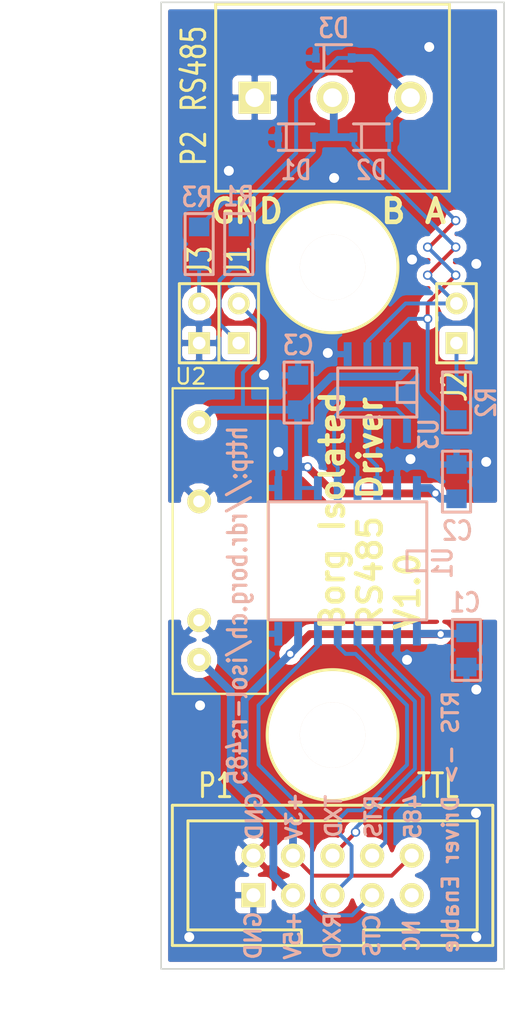
<source format=kicad_pcb>
(kicad_pcb (version 4) (host pcbnew 4.0.2+dfsg1-stable)

  (general
    (links 63)
    (no_connects 0)
    (area 78.300001 87.820269 111.637953 155.500001)
    (thickness 1.6)
    (drawings 22)
    (tracks 156)
    (zones 0)
    (modules 35)
    (nets 18)
  )

  (page A4)
  (layers
    (0 F.Cu signal)
    (31 B.Cu signal)
    (32 B.Adhes user)
    (33 F.Adhes user)
    (34 B.Paste user)
    (35 F.Paste user)
    (36 B.SilkS user)
    (37 F.SilkS user)
    (38 B.Mask user)
    (39 F.Mask user)
    (40 Dwgs.User user)
    (41 Cmts.User user)
    (42 Eco1.User user)
    (43 Eco2.User user)
    (44 Edge.Cuts user)
    (45 Margin user)
    (46 B.CrtYd user)
    (47 F.CrtYd user)
    (48 B.Fab user)
    (49 F.Fab user)
  )

  (setup
    (last_trace_width 0.25)
    (user_trace_width 0.25)
    (user_trace_width 0.5)
    (trace_clearance 0.2)
    (zone_clearance 0.4)
    (zone_45_only no)
    (trace_min 0.2)
    (segment_width 0.2)
    (edge_width 0.1)
    (via_size 0.6)
    (via_drill 0.4)
    (via_min_size 0.4)
    (via_min_drill 0.3)
    (uvia_size 0.3)
    (uvia_drill 0.1)
    (uvias_allowed no)
    (uvia_min_size 0.2)
    (uvia_min_drill 0.1)
    (pcb_text_width 0.3)
    (pcb_text_size 1.5 1.5)
    (mod_edge_width 0.15)
    (mod_text_size 1 1)
    (mod_text_width 0.15)
    (pad_size 4.19862 4.19862)
    (pad_drill 4.19862)
    (pad_to_mask_clearance 0)
    (aux_axis_origin 0 0)
    (visible_elements FFFFFF7F)
    (pcbplotparams
      (layerselection 0x010fc_80000001)
      (usegerberextensions false)
      (excludeedgelayer true)
      (linewidth 0.100000)
      (plotframeref false)
      (viasonmask false)
      (mode 1)
      (useauxorigin false)
      (hpglpennumber 1)
      (hpglpenspeed 20)
      (hpglpendiameter 15)
      (hpglpenoverlay 2)
      (psnegative false)
      (psa4output false)
      (plotreference true)
      (plotvalue true)
      (plotinvisibletext false)
      (padsonsilk false)
      (subtractmaskfromsilk false)
      (outputformat 1)
      (mirror false)
      (drillshape 0)
      (scaleselection 1)
      (outputdirectory production))
  )

  (net 0 "")
  (net 1 "Net-(J3-Pad2)")
  (net 2 /+3.3VA)
  (net 3 /GNDA)
  (net 4 /+5VB)
  (net 5 /GNDB)
  (net 6 /+5VA)
  (net 7 /TXDA)
  (net 8 /RTSA)
  (net 9 /RXDA)
  (net 10 /RXDB)
  (net 11 /TXDB)
  (net 12 /RTSB)
  (net 13 "Net-(J2-Pad1)")
  (net 14 /B)
  (net 15 /A)
  (net 16 /CTSA)
  (net 17 "Net-(J1-Pad1)")

  (net_class Default "This is the default net class."
    (clearance 0.2)
    (trace_width 0.25)
    (via_dia 0.6)
    (via_drill 0.4)
    (uvia_dia 0.3)
    (uvia_drill 0.1)
    (add_net /A)
    (add_net /B)
    (add_net /CTSA)
    (add_net /GNDA)
    (add_net /GNDB)
    (add_net /RTSA)
    (add_net /RTSB)
    (add_net /RXDA)
    (add_net /RXDB)
    (add_net /TXDA)
    (add_net /TXDB)
    (add_net "Net-(J1-Pad1)")
    (add_net "Net-(J2-Pad1)")
    (add_net "Net-(J3-Pad2)")
  )

  (net_class Power ""
    (clearance 0.2)
    (trace_width 0.5)
    (via_dia 0.6)
    (via_drill 0.4)
    (uvia_dia 0.3)
    (uvia_drill 0.1)
    (add_net /+3.3VA)
    (add_net /+5VA)
    (add_net /+5VB)
  )

  (module c_gen:C_SMT0805 (layer B.Cu) (tedit 5812C6F8) (tstamp 57F709BD)
    (at 108.585 129.54 270)
    (descr "Module C_SMT0805, length 3400 pad length 1200 width 1300")
    (path /57F66BF9)
    (fp_text reference C1 (at -3.04 0.085 360) (layer B.SilkS)
      (effects (font (size 1.2 1) (thickness 0.2)) (justify mirror))
    )
    (fp_text value 100n (at 0 2.1717 270) (layer B.SilkS) hide
      (effects (font (size 1.524 1.143) (thickness 0.1905)) (justify mirror))
    )
    (fp_line (start -1.95326 -0.9017) (end 1.95326 -0.9017) (layer B.SilkS) (width 0.1905))
    (fp_line (start 1.95326 -0.9017) (end 1.95326 0.9017) (layer B.SilkS) (width 0.1905))
    (fp_line (start 1.95326 0.9017) (end -1.95326 0.9017) (layer B.SilkS) (width 0.1905))
    (fp_line (start -1.95326 0.9017) (end -1.95326 -0.9017) (layer B.SilkS) (width 0.1905))
    (pad 1 smd rect (at -1.09982 0 270) (size 1.19888 1.29794) (layers B.Cu B.Paste B.Mask)
      (net 2 /+3.3VA))
    (pad 2 smd rect (at 1.09982 0 270) (size 1.19888 1.29794) (layers B.Cu B.Paste B.Mask)
      (net 3 /GNDA))
  )

  (module c_gen:C_SMT0805 (layer B.Cu) (tedit 5812C700) (tstamp 57F709C7)
    (at 107.95 118.745 90)
    (descr "Module C_SMT0805, length 3400 pad length 1200 width 1300")
    (path /57F67124)
    (fp_text reference C2 (at -3.155 0.05 180) (layer B.SilkS)
      (effects (font (size 1.2 1) (thickness 0.2)) (justify mirror))
    )
    (fp_text value 100n (at 0 2.1717 90) (layer B.SilkS) hide
      (effects (font (size 1.524 1.143) (thickness 0.1905)) (justify mirror))
    )
    (fp_line (start -1.95326 -0.9017) (end 1.95326 -0.9017) (layer B.SilkS) (width 0.1905))
    (fp_line (start 1.95326 -0.9017) (end 1.95326 0.9017) (layer B.SilkS) (width 0.1905))
    (fp_line (start 1.95326 0.9017) (end -1.95326 0.9017) (layer B.SilkS) (width 0.1905))
    (fp_line (start -1.95326 0.9017) (end -1.95326 -0.9017) (layer B.SilkS) (width 0.1905))
    (pad 1 smd rect (at -1.09982 0 90) (size 1.19888 1.29794) (layers B.Cu B.Paste B.Mask)
      (net 4 /+5VB))
    (pad 2 smd rect (at 1.09982 0 90) (size 1.19888 1.29794) (layers B.Cu B.Paste B.Mask)
      (net 5 /GNDB))
  )

  (module c_gen:C_SMT0805 (layer B.Cu) (tedit 5812C777) (tstamp 57F709D1)
    (at 97.79 113.03 90)
    (descr "Module C_SMT0805, length 3400 pad length 1200 width 1300")
    (path /57F67167)
    (fp_text reference C3 (at 3.03 0.01 180) (layer B.SilkS)
      (effects (font (size 1.2 1) (thickness 0.2)) (justify mirror))
    )
    (fp_text value 100n (at 0 2.1717 90) (layer B.SilkS) hide
      (effects (font (size 1.524 1.143) (thickness 0.1905)) (justify mirror))
    )
    (fp_line (start -1.95326 -0.9017) (end 1.95326 -0.9017) (layer B.SilkS) (width 0.1905))
    (fp_line (start 1.95326 -0.9017) (end 1.95326 0.9017) (layer B.SilkS) (width 0.1905))
    (fp_line (start 1.95326 0.9017) (end -1.95326 0.9017) (layer B.SilkS) (width 0.1905))
    (fp_line (start -1.95326 0.9017) (end -1.95326 -0.9017) (layer B.SilkS) (width 0.1905))
    (pad 1 smd rect (at -1.09982 0 90) (size 1.19888 1.29794) (layers B.Cu B.Paste B.Mask)
      (net 4 /+5VB))
    (pad 2 smd rect (at 1.09982 0 90) (size 1.19888 1.29794) (layers B.Cu B.Paste B.Mask)
      (net 5 /GNDB))
  )

  (module j_gen:J_2_TH100I (layer F.Cu) (tedit 57F74264) (tstamp 57F709F6)
    (at 93.98 108.585 90)
    (descr "Module Jumper 2 Pins, 100I")
    (tags DIP)
    (path /57F68046)
    (fp_text reference J1 (at 3.985 -0.08 90) (layer F.SilkS)
      (effects (font (size 1.524 1.143) (thickness 0.1905)))
    )
    (fp_text value JUMPER (at 0 -2.54 90) (layer F.SilkS) hide
      (effects (font (size 1.524 1.143) (thickness 0.1905)))
    )
    (fp_line (start 2.54 1.27) (end -2.54 1.27) (layer F.SilkS) (width 0.1905))
    (fp_line (start -2.54 1.27) (end -2.54 -1.27) (layer F.SilkS) (width 0.1905))
    (fp_line (start -2.54 -1.27) (end 2.54 -1.27) (layer F.SilkS) (width 0.1905))
    (fp_line (start 2.54 -1.27) (end 2.54 1.27) (layer F.SilkS) (width 0.1905))
    (pad 1 thru_hole rect (at -1.27 0 90) (size 1.397 1.397) (drill 0.8128) (layers *.Cu *.Mask F.SilkS)
      (net 17 "Net-(J1-Pad1)"))
    (pad 2 thru_hole circle (at 1.27 0 90) (size 1.397 1.397) (drill 0.8128) (layers *.Cu *.Mask F.SilkS)
      (net 4 /+5VB))
  )

  (module j_gen:J_2_TH100I (layer F.Cu) (tedit 5812C7CF) (tstamp 57F70A00)
    (at 107.95 108.585 90)
    (descr "Module Jumper 2 Pins, 100I")
    (tags DIP)
    (path /57F67FC4)
    (fp_text reference J2 (at -4.064 -0.127 90) (layer F.SilkS)
      (effects (font (size 1.524 1.143) (thickness 0.1905)))
    )
    (fp_text value JUMPER (at 0 -2.54 90) (layer F.SilkS) hide
      (effects (font (size 1.524 1.143) (thickness 0.1905)))
    )
    (fp_line (start 2.54 1.27) (end -2.54 1.27) (layer F.SilkS) (width 0.1905))
    (fp_line (start -2.54 1.27) (end -2.54 -1.27) (layer F.SilkS) (width 0.1905))
    (fp_line (start -2.54 -1.27) (end 2.54 -1.27) (layer F.SilkS) (width 0.1905))
    (fp_line (start 2.54 -1.27) (end 2.54 1.27) (layer F.SilkS) (width 0.1905))
    (pad 1 thru_hole rect (at -1.27 0 90) (size 1.397 1.397) (drill 0.8128) (layers *.Cu *.Mask F.SilkS)
      (net 13 "Net-(J2-Pad1)"))
    (pad 2 thru_hole circle (at 1.27 0 90) (size 1.397 1.397) (drill 0.8128) (layers *.Cu *.Mask F.SilkS)
      (net 14 /B))
  )

  (module j_gen:J_2_TH100I (layer F.Cu) (tedit 57F7426B) (tstamp 57F70A0A)
    (at 91.44 108.585 90)
    (descr "Module Jumper 2 Pins, 100I")
    (tags DIP)
    (path /57F67CF2)
    (fp_text reference J3 (at 3.985 0.06 90) (layer F.SilkS)
      (effects (font (size 1.524 1.143) (thickness 0.1905)))
    )
    (fp_text value JUMPER (at 0 -2.54 90) (layer F.SilkS) hide
      (effects (font (size 1.524 1.143) (thickness 0.1905)))
    )
    (fp_line (start 2.54 1.27) (end -2.54 1.27) (layer F.SilkS) (width 0.1905))
    (fp_line (start -2.54 1.27) (end -2.54 -1.27) (layer F.SilkS) (width 0.1905))
    (fp_line (start -2.54 -1.27) (end 2.54 -1.27) (layer F.SilkS) (width 0.1905))
    (fp_line (start 2.54 -1.27) (end 2.54 1.27) (layer F.SilkS) (width 0.1905))
    (pad 1 thru_hole rect (at -1.27 0 90) (size 1.397 1.397) (drill 0.8128) (layers *.Cu *.Mask F.SilkS)
      (net 5 /GNDB))
    (pad 2 thru_hole circle (at 1.27 0 90) (size 1.397 1.397) (drill 0.8128) (layers *.Cu *.Mask F.SilkS)
      (net 1 "Net-(J3-Pad2)"))
  )

  (module p_gen_conn:P_10_IDC (layer F.Cu) (tedit 57F7165C) (tstamp 57F70A23)
    (at 100 144)
    (descr "Module P_10_IDC, IDC connector, 10 pins")
    (path /57F66961)
    (fp_text reference P1 (at -7.5 -5.75) (layer F.SilkS)
      (effects (font (size 1.524 1.143) (thickness 0.1905)))
    )
    (fp_text value TTL (at 6.75 -5.75) (layer F.SilkS)
      (effects (font (size 1.524 1.143) (thickness 0.1905)))
    )
    (fp_line (start -10.27938 4.49834) (end 10.27938 4.49834) (layer F.SilkS) (width 0.1905))
    (fp_line (start 10.27938 4.49834) (end 10.27938 -4.49834) (layer F.SilkS) (width 0.1905))
    (fp_line (start 10.27938 -4.49834) (end -10.27938 -4.49834) (layer F.SilkS) (width 0.1905))
    (fp_line (start -10.27938 -4.49834) (end -10.27938 4.49834) (layer F.SilkS) (width 0.1905))
    (fp_line (start 1.99898 4.49834) (end 1.99898 3.49758) (layer F.SilkS) (width 0.1905))
    (fp_line (start 1.99898 3.49758) (end 9.27862 3.49758) (layer F.SilkS) (width 0.1905))
    (fp_line (start 9.27862 3.49758) (end 9.27862 -3.49758) (layer F.SilkS) (width 0.1905))
    (fp_line (start 9.27862 -3.49758) (end -9.27862 -3.49758) (layer F.SilkS) (width 0.1905))
    (fp_line (start -9.27862 -3.49758) (end -9.27862 3.49758) (layer F.SilkS) (width 0.1905))
    (fp_line (start -9.27862 3.49758) (end -1.99898 3.49758) (layer F.SilkS) (width 0.1905))
    (fp_line (start -1.99898 3.49758) (end -1.99898 4.49834) (layer F.SilkS) (width 0.1905))
    (pad 1 thru_hole rect (at -5.08 1.27) (size 1.54686 1.54686) (drill 0.89916) (layers *.Cu *.Mask F.SilkS)
      (net 3 /GNDA))
    (pad 3 thru_hole circle (at -2.54 1.27) (size 1.54686 1.54686) (drill 0.89916) (layers *.Cu *.Mask F.SilkS)
      (net 6 /+5VA))
    (pad 5 thru_hole circle (at 0 1.27) (size 1.54686 1.54686) (drill 0.89916) (layers *.Cu *.Mask F.SilkS)
      (net 9 /RXDA))
    (pad 7 thru_hole circle (at 2.54 1.27) (size 1.54686 1.54686) (drill 0.89916) (layers *.Cu *.Mask F.SilkS)
      (net 16 /CTSA))
    (pad 9 thru_hole circle (at 5.08 1.27) (size 1.54686 1.54686) (drill 0.89916) (layers *.Cu *.Mask F.SilkS))
    (pad 2 thru_hole circle (at -5.08 -1.27) (size 1.54686 1.54686) (drill 0.89916) (layers *.Cu *.Mask F.SilkS)
      (net 3 /GNDA))
    (pad 4 thru_hole circle (at -2.54 -1.27) (size 1.54686 1.54686) (drill 0.89916) (layers *.Cu *.Mask F.SilkS)
      (net 2 /+3.3VA))
    (pad 6 thru_hole circle (at 0 -1.27) (size 1.54686 1.54686) (drill 0.89916) (layers *.Cu *.Mask F.SilkS)
      (net 7 /TXDA))
    (pad 8 thru_hole circle (at 2.54 -1.27) (size 1.54686 1.54686) (drill 0.89916) (layers *.Cu *.Mask F.SilkS)
      (net 8 /RTSA))
    (pad 10 thru_hole circle (at 5.08 -1.27) (size 1.54686 1.54686) (drill 0.89916) (layers *.Cu *.Mask F.SilkS)
      (net 2 /+3.3VA))
  )

  (module p_gen_conn:P_3_SCRTERM_5M (layer F.Cu) (tedit 57F7989B) (tstamp 57F70A2E)
    (at 100 94.115)
    (descr "Module P_3_SCRTERM_5M, screw terminal 3 pins 5M")
    (path /57F68AA3)
    (fp_text reference P2 (at -8.9 3.25 90) (layer F.SilkS)
      (effects (font (size 1.524 1.143) (thickness 0.1905)))
    )
    (fp_text value RS485 (at -8.9 -1.85 90) (layer F.SilkS)
      (effects (font (size 1.524 1.143) (thickness 0.1905)))
    )
    (fp_line (start -7.49808 5.99948) (end 7.49808 5.99948) (layer F.SilkS) (width 0.1905))
    (fp_line (start 7.49808 5.99948) (end 7.49808 -5.99948) (layer F.SilkS) (width 0.1905))
    (fp_line (start 7.49808 -5.99948) (end -7.49808 -5.99948) (layer F.SilkS) (width 0.1905))
    (fp_line (start -7.49808 -5.99948) (end -7.49808 5.99948) (layer F.SilkS) (width 0.1905))
    (pad 1 thru_hole rect (at -4.99872 0) (size 2.06248 2.06248) (drill 1.19888) (layers *.Cu *.Mask F.SilkS)
      (net 5 /GNDB))
    (pad 2 thru_hole circle (at 0 0) (size 2.06248 2.06248) (drill 1.19888) (layers *.Cu *.Mask F.SilkS)
      (net 14 /B))
    (pad 3 thru_hole circle (at 4.99872 0) (size 2.06248 2.06248) (drill 1.19888) (layers *.Cu *.Mask F.SilkS)
      (net 15 /A))
  )

  (module r_gen:R_SMT0805 (layer B.Cu) (tedit 5812C768) (tstamp 57F70A38)
    (at 93.98 103.505 270)
    (descr "Module R_SMT0805, length 3400 pad length 1200 width 1300")
    (path /57F67A73)
    (fp_text reference R1 (at -3.048 0 360) (layer B.SilkS)
      (effects (font (size 1.2 1) (thickness 0.2)) (justify mirror))
    )
    (fp_text value 560 (at 0 2.1717 270) (layer B.SilkS) hide
      (effects (font (size 1.524 1.143) (thickness 0.1905)) (justify mirror))
    )
    (fp_line (start -1.95326 -0.9017) (end 1.95326 -0.9017) (layer B.SilkS) (width 0.1905))
    (fp_line (start 1.95326 -0.9017) (end 1.95326 0.9017) (layer B.SilkS) (width 0.1905))
    (fp_line (start 1.95326 0.9017) (end -1.95326 0.9017) (layer B.SilkS) (width 0.1905))
    (fp_line (start -1.95326 0.9017) (end -1.95326 -0.9017) (layer B.SilkS) (width 0.1905))
    (pad 1 smd rect (at -1.09982 0 270) (size 1.19888 1.29794) (layers B.Cu B.Paste B.Mask)
      (net 14 /B))
    (pad 2 smd rect (at 1.09982 0 270) (size 1.19888 1.29794) (layers B.Cu B.Paste B.Mask)
      (net 17 "Net-(J1-Pad1)"))
  )

  (module r_gen:R_SMT0805 (layer B.Cu) (tedit 5812C7C1) (tstamp 57F70A42)
    (at 107.95 113.665 90)
    (descr "Module R_SMT0805, length 3400 pad length 1200 width 1300")
    (path /57F67A57)
    (fp_text reference R2 (at 0 1.905 90) (layer B.SilkS)
      (effects (font (size 1.2 1) (thickness 0.2)) (justify mirror))
    )
    (fp_text value 120 (at 0 2.1717 90) (layer B.SilkS) hide
      (effects (font (size 1.524 1.143) (thickness 0.1905)) (justify mirror))
    )
    (fp_line (start -1.95326 -0.9017) (end 1.95326 -0.9017) (layer B.SilkS) (width 0.1905))
    (fp_line (start 1.95326 -0.9017) (end 1.95326 0.9017) (layer B.SilkS) (width 0.1905))
    (fp_line (start 1.95326 0.9017) (end -1.95326 0.9017) (layer B.SilkS) (width 0.1905))
    (fp_line (start -1.95326 0.9017) (end -1.95326 -0.9017) (layer B.SilkS) (width 0.1905))
    (pad 1 smd rect (at -1.09982 0 90) (size 1.19888 1.29794) (layers B.Cu B.Paste B.Mask)
      (net 15 /A))
    (pad 2 smd rect (at 1.09982 0 90) (size 1.19888 1.29794) (layers B.Cu B.Paste B.Mask)
      (net 13 "Net-(J2-Pad1)"))
  )

  (module r_gen:R_SMT0805 (layer B.Cu) (tedit 5812C733) (tstamp 57F70A4C)
    (at 91.44 103.505 270)
    (descr "Module R_SMT0805, length 3400 pad length 1200 width 1300")
    (path /57F67A1C)
    (fp_text reference R3 (at -3.005 0.14 360) (layer B.SilkS)
      (effects (font (size 1.2 1) (thickness 0.2)) (justify mirror))
    )
    (fp_text value 560 (at 0 2.1717 270) (layer B.SilkS) hide
      (effects (font (size 1.524 1.143) (thickness 0.1905)) (justify mirror))
    )
    (fp_line (start -1.95326 -0.9017) (end 1.95326 -0.9017) (layer B.SilkS) (width 0.1905))
    (fp_line (start 1.95326 -0.9017) (end 1.95326 0.9017) (layer B.SilkS) (width 0.1905))
    (fp_line (start 1.95326 0.9017) (end -1.95326 0.9017) (layer B.SilkS) (width 0.1905))
    (fp_line (start -1.95326 0.9017) (end -1.95326 -0.9017) (layer B.SilkS) (width 0.1905))
    (pad 1 smd rect (at -1.09982 0 270) (size 1.19888 1.29794) (layers B.Cu B.Paste B.Mask)
      (net 15 /A))
    (pad 2 smd rect (at 1.09982 0 270) (size 1.19888 1.29794) (layers B.Cu B.Paste B.Mask)
      (net 1 "Net-(J3-Pad2)"))
  )

  (module u_gen_smt:U_16_SO16W (layer B.Cu) (tedit 5812C7AC) (tstamp 57F70A67)
    (at 100.965 123.825 180)
    (descr "Module SO16W, 16 Pins")
    (tags SO16W)
    (path /57F66B15)
    (fp_text reference U1 (at -6.096 -0.127 270) (layer B.SilkS)
      (effects (font (size 1.2 1) (thickness 0.2)) (justify mirror))
    )
    (fp_text value SI8442 (at 2.54 0 180) (layer B.SilkS) hide
      (effects (font (size 1.524 1.143) (thickness 0.1905)) (justify mirror))
    )
    (fp_line (start -5.08 3.7846) (end 5.08 3.7846) (layer B.SilkS) (width 0.1905))
    (fp_line (start 5.08 3.7846) (end 5.08 -3.7846) (layer B.SilkS) (width 0.1905))
    (fp_line (start 5.08 -3.7846) (end -5.08 -3.7846) (layer B.SilkS) (width 0.1905))
    (fp_line (start -5.08 -3.7846) (end -5.08 3.7846) (layer B.SilkS) (width 0.1905))
    (fp_line (start -5.08 0.635) (end -3.81 0.635) (layer B.SilkS) (width 0.1905))
    (fp_line (start -3.81 0.635) (end -3.81 -0.635) (layer B.SilkS) (width 0.1905))
    (fp_line (start -3.81 -0.635) (end -5.08 -0.635) (layer B.SilkS) (width 0.1905))
    (pad 1 smd rect (at -4.445 -4.6736 180) (size 0.508 1.524) (layers B.Cu B.Paste B.Mask)
      (net 2 /+3.3VA))
    (pad 2 smd rect (at -3.175 -4.6736 180) (size 0.508 1.524) (layers B.Cu B.Paste B.Mask)
      (net 3 /GNDA))
    (pad 3 smd rect (at -1.905 -4.6736 180) (size 0.508 1.524) (layers B.Cu B.Paste B.Mask)
      (net 8 /RTSA))
    (pad 4 smd rect (at -0.635 -4.6736 180) (size 0.508 1.524) (layers B.Cu B.Paste B.Mask)
      (net 7 /TXDA))
    (pad 5 smd rect (at 0.635 -4.6736 180) (size 0.508 1.524) (layers B.Cu B.Paste B.Mask)
      (net 9 /RXDA))
    (pad 6 smd rect (at 1.905 -4.6736 180) (size 0.508 1.524) (layers B.Cu B.Paste B.Mask)
      (net 16 /CTSA))
    (pad 7 smd rect (at 3.175 -4.6736 180) (size 0.508 1.524) (layers B.Cu B.Paste B.Mask)
      (net 2 /+3.3VA))
    (pad 8 smd rect (at 4.445 -4.6736 180) (size 0.508 1.524) (layers B.Cu B.Paste B.Mask)
      (net 3 /GNDA))
    (pad 9 smd rect (at 4.445 4.6736 180) (size 0.508 1.524) (layers B.Cu B.Paste B.Mask)
      (net 5 /GNDB))
    (pad 10 smd rect (at 3.175 4.6736 180) (size 0.508 1.524) (layers B.Cu B.Paste B.Mask)
      (net 4 /+5VB))
    (pad 11 smd rect (at 1.905 4.6736 180) (size 0.508 1.524) (layers B.Cu B.Paste B.Mask)
      (net 4 /+5VB))
    (pad 12 smd rect (at 0.635 4.6736 180) (size 0.508 1.524) (layers B.Cu B.Paste B.Mask)
      (net 10 /RXDB))
    (pad 13 smd rect (at -0.635 4.6736 180) (size 0.508 1.524) (layers B.Cu B.Paste B.Mask)
      (net 11 /TXDB))
    (pad 14 smd rect (at -1.905 4.6736 180) (size 0.508 1.524) (layers B.Cu B.Paste B.Mask)
      (net 12 /RTSB))
    (pad 15 smd rect (at -3.175 4.6736 180) (size 0.508 1.524) (layers B.Cu B.Paste B.Mask)
      (net 5 /GNDB))
    (pad 16 smd rect (at -4.445 4.6736 180) (size 0.508 1.524) (layers B.Cu B.Paste B.Mask)
      (net 4 /+5VB))
  )

  (module misc:U_4_MORNSUN_F_S-1WR2 (layer F.Cu) (tedit 57F742F9) (tstamp 57F70A73)
    (at 91.44 122.555 90)
    (path /57F66AD2)
    (fp_text reference U2 (at 10.555 -0.54 180) (layer F.SilkS)
      (effects (font (size 1 1) (thickness 0.15)))
    )
    (fp_text value F0505S-1W (at -0.1 2.4 90) (layer F.Fab) hide
      (effects (font (size 1 1) (thickness 0.15)))
    )
    (fp_line (start -9.8 -1.7) (end 9.8 -1.7) (layer F.SilkS) (width 0.15))
    (fp_line (start 9.8 -1.7) (end 9.8 4.4) (layer F.SilkS) (width 0.15))
    (fp_line (start 9.8 4.4) (end -9.8 4.4) (layer F.SilkS) (width 0.15))
    (fp_line (start -9.8 4.4) (end -9.8 -1.7) (layer F.SilkS) (width 0.15))
    (pad 1 thru_hole circle (at -7.62 0 90) (size 1.524 1.524) (drill 0.762) (layers *.Cu *.Mask F.SilkS)
      (net 6 /+5VA))
    (pad 2 thru_hole circle (at -5.08 0 90) (size 1.524 1.524) (drill 0.762) (layers *.Cu *.Mask F.SilkS)
      (net 3 /GNDA))
    (pad 3 thru_hole circle (at 7.62 0 90) (size 1.524 1.524) (drill 0.762) (layers *.Cu *.Mask F.SilkS)
      (net 4 /+5VB))
    (pad 4 thru_hole circle (at 2.54 0 90) (size 1.524 1.524) (drill 0.762) (layers *.Cu *.Mask F.SilkS)
      (net 5 /GNDB))
  )

  (module u_gen_smt:U_8_SO8 (layer B.Cu) (tedit 5812C7BA) (tstamp 57F70A86)
    (at 102.87 113.03 180)
    (descr "Module SO8, 8 Pins")
    (tags SO8)
    (path /57F66B56)
    (fp_text reference U3 (at -3.302 -2.667 270) (layer B.SilkS)
      (effects (font (size 1.2 1) (thickness 0.2)) (justify mirror))
    )
    (fp_text value MAX485 (at 3.3655 0 180) (layer B.SilkS) hide
      (effects (font (size 1.524 1.143) (thickness 0.1905)) (justify mirror))
    )
    (fp_line (start -2.54 1.5748) (end 2.54 1.5748) (layer B.SilkS) (width 0.1905))
    (fp_line (start 2.54 1.5748) (end 2.54 -1.5748) (layer B.SilkS) (width 0.1905))
    (fp_line (start 2.54 -1.5748) (end -2.54 -1.5748) (layer B.SilkS) (width 0.1905))
    (fp_line (start -2.54 -1.5748) (end -2.54 1.5748) (layer B.SilkS) (width 0.1905))
    (fp_line (start -2.54 0.635) (end -1.27 0.635) (layer B.SilkS) (width 0.1905))
    (fp_line (start -1.27 0.635) (end -1.27 -0.635) (layer B.SilkS) (width 0.1905))
    (fp_line (start -1.27 -0.635) (end -2.54 -0.635) (layer B.SilkS) (width 0.1905))
    (pad 1 smd rect (at -1.905 -2.4638 180) (size 0.508 1.524) (layers B.Cu B.Paste B.Mask)
      (net 10 /RXDB))
    (pad 2 smd rect (at -0.635 -2.4638 180) (size 0.508 1.524) (layers B.Cu B.Paste B.Mask)
      (net 5 /GNDB))
    (pad 3 smd rect (at 0.635 -2.4638 180) (size 0.508 1.524) (layers B.Cu B.Paste B.Mask)
      (net 12 /RTSB))
    (pad 4 smd rect (at 1.905 -2.4638 180) (size 0.508 1.524) (layers B.Cu B.Paste B.Mask)
      (net 11 /TXDB))
    (pad 5 smd rect (at 1.905 2.4638 180) (size 0.508 1.524) (layers B.Cu B.Paste B.Mask)
      (net 5 /GNDB))
    (pad 6 smd rect (at 0.635 2.4638 180) (size 0.508 1.524) (layers B.Cu B.Paste B.Mask)
      (net 14 /B))
    (pad 7 smd rect (at -0.635 2.4638 180) (size 0.508 1.524) (layers B.Cu B.Paste B.Mask)
      (net 15 /A))
    (pad 8 smd rect (at -1.905 2.4638 180) (size 0.508 1.524) (layers B.Cu B.Paste B.Mask)
      (net 4 /+5VB))
  )

  (module misc:VIA25MIL (layer F.Cu) (tedit 566AE81A) (tstamp 57F73F85)
    (at 90.805 147.955)
    (path /57F74124)
    (fp_text reference V1 (at 0.127 -1.27) (layer F.SilkS) hide
      (effects (font (size 1 1) (thickness 0.15)))
    )
    (fp_text value VIA (at 0 1.397) (layer F.SilkS) hide
      (effects (font (size 1 1) (thickness 0.15)))
    )
    (pad 0 thru_hole circle (at 0 0) (size 0.889 0.889) (drill 0.635) (layers *.Cu)
      (net 3 /GNDA) (zone_connect 2))
  )

  (module misc:VIA25MIL (layer F.Cu) (tedit 566AE81A) (tstamp 57F73F8A)
    (at 109.22 147.955)
    (path /57F74167)
    (fp_text reference V2 (at 0.127 -1.27) (layer F.SilkS) hide
      (effects (font (size 1 1) (thickness 0.15)))
    )
    (fp_text value VIA (at 0 1.397) (layer F.SilkS) hide
      (effects (font (size 1 1) (thickness 0.15)))
    )
    (pad 0 thru_hole circle (at 0 0) (size 0.889 0.889) (drill 0.635) (layers *.Cu)
      (net 3 /GNDA) (zone_connect 2))
  )

  (module misc:VIA25MIL (layer F.Cu) (tedit 566AE81A) (tstamp 57F73F8F)
    (at 91.5 133.1)
    (path /57F74196)
    (fp_text reference V3 (at 0.127 -1.27) (layer F.SilkS) hide
      (effects (font (size 1 1) (thickness 0.15)))
    )
    (fp_text value VIA (at 0 1.397) (layer F.SilkS) hide
      (effects (font (size 1 1) (thickness 0.15)))
    )
    (pad 0 thru_hole circle (at 0 0) (size 0.889 0.889) (drill 0.635) (layers *.Cu)
      (net 3 /GNDA) (zone_connect 2))
  )

  (module misc:VIA25MIL (layer F.Cu) (tedit 566AE81A) (tstamp 57F73F94)
    (at 109.2 140)
    (path /57F7419C)
    (fp_text reference V4 (at 0.127 -1.27) (layer F.SilkS) hide
      (effects (font (size 1 1) (thickness 0.15)))
    )
    (fp_text value VIA (at 0 1.397) (layer F.SilkS) hide
      (effects (font (size 1 1) (thickness 0.15)))
    )
    (pad 0 thru_hole circle (at 0 0) (size 0.889 0.889) (drill 0.635) (layers *.Cu)
      (net 3 /GNDA) (zone_connect 2))
  )

  (module misc:VIA25MIL (layer F.Cu) (tedit 566AE81A) (tstamp 57F73F99)
    (at 109.22 132.08)
    (path /57F74201)
    (fp_text reference V5 (at 0.127 -1.27) (layer F.SilkS) hide
      (effects (font (size 1 1) (thickness 0.15)))
    )
    (fp_text value VIA (at 0 1.397) (layer F.SilkS) hide
      (effects (font (size 1 1) (thickness 0.15)))
    )
    (pad 0 thru_hole circle (at 0 0) (size 0.889 0.889) (drill 0.635) (layers *.Cu)
      (net 3 /GNDA) (zone_connect 2))
  )

  (module misc:VIA25MIL (layer F.Cu) (tedit 566AE81A) (tstamp 57F73F9E)
    (at 104.775 130.175)
    (path /57F74207)
    (fp_text reference V6 (at 0.127 -1.27) (layer F.SilkS) hide
      (effects (font (size 1 1) (thickness 0.15)))
    )
    (fp_text value VIA (at 0 1.397) (layer F.SilkS) hide
      (effects (font (size 1 1) (thickness 0.15)))
    )
    (pad 0 thru_hole circle (at 0 0) (size 0.889 0.889) (drill 0.635) (layers *.Cu)
      (net 3 /GNDA) (zone_connect 2))
  )

  (module misc:VIA25MIL (layer F.Cu) (tedit 566AE81A) (tstamp 57F73FB7)
    (at 100.1 99.265)
    (path /57F74D22)
    (fp_text reference V11 (at 0.127 -1.27) (layer F.SilkS) hide
      (effects (font (size 1 1) (thickness 0.15)))
    )
    (fp_text value VIA (at 0 1.397) (layer F.SilkS) hide
      (effects (font (size 1 1) (thickness 0.15)))
    )
    (pad 0 thru_hole circle (at 0 0) (size 0.889 0.889) (drill 0.635) (layers *.Cu)
      (net 5 /GNDB) (zone_connect 2))
  )

  (module misc:VIA25MIL (layer F.Cu) (tedit 566AE81A) (tstamp 57F73FBC)
    (at 106.2 90.865)
    (path /57F74D28)
    (fp_text reference V12 (at 0.127 -1.27) (layer F.SilkS) hide
      (effects (font (size 1 1) (thickness 0.15)))
    )
    (fp_text value VIA (at 0 1.397) (layer F.SilkS) hide
      (effects (font (size 1 1) (thickness 0.15)))
    )
    (pad 0 thru_hole circle (at 0 0) (size 0.889 0.889) (drill 0.635) (layers *.Cu)
      (net 5 /GNDB) (zone_connect 2))
  )

  (module misc:VIA25MIL (layer F.Cu) (tedit 566AE81A) (tstamp 57F73FC1)
    (at 93.345 98.806)
    (path /57F74D2E)
    (fp_text reference V13 (at 0.127 -1.27) (layer F.SilkS) hide
      (effects (font (size 1 1) (thickness 0.15)))
    )
    (fp_text value VIA (at 0 1.397) (layer F.SilkS) hide
      (effects (font (size 1 1) (thickness 0.15)))
    )
    (pad 0 thru_hole circle (at 0 0) (size 0.889 0.889) (drill 0.635) (layers *.Cu)
      (net 5 /GNDB) (zone_connect 2))
  )

  (module misc:VIA25MIL (layer F.Cu) (tedit 566AE81A) (tstamp 57F73FC6)
    (at 95.6 111.9)
    (path /57F74D34)
    (fp_text reference V14 (at 0.127 -1.27) (layer F.SilkS) hide
      (effects (font (size 1 1) (thickness 0.15)))
    )
    (fp_text value VIA (at 0 1.397) (layer F.SilkS) hide
      (effects (font (size 1 1) (thickness 0.15)))
    )
    (pad 0 thru_hole circle (at 0 0) (size 0.889 0.889) (drill 0.635) (layers *.Cu)
      (net 5 /GNDB) (zone_connect 2))
  )

  (module misc:VIA25MIL (layer F.Cu) (tedit 566AE81A) (tstamp 57F73FCB)
    (at 96.52 116.84)
    (path /57F74D3A)
    (fp_text reference V15 (at 0.127 -1.27) (layer F.SilkS) hide
      (effects (font (size 1 1) (thickness 0.15)))
    )
    (fp_text value VIA (at 0 1.397) (layer F.SilkS) hide
      (effects (font (size 1 1) (thickness 0.15)))
    )
    (pad 0 thru_hole circle (at 0 0) (size 0.889 0.889) (drill 0.635) (layers *.Cu)
      (net 5 /GNDB) (zone_connect 2))
  )

  (module misc:VIA25MIL (layer F.Cu) (tedit 566AE81A) (tstamp 57F73FD0)
    (at 105 117.3)
    (path /57F74D40)
    (fp_text reference V16 (at 0.127 -1.27) (layer F.SilkS) hide
      (effects (font (size 1 1) (thickness 0.15)))
    )
    (fp_text value VIA (at 0 1.397) (layer F.SilkS) hide
      (effects (font (size 1 1) (thickness 0.15)))
    )
    (pad 0 thru_hole circle (at 0 0) (size 0.889 0.889) (drill 0.635) (layers *.Cu)
      (net 5 /GNDB) (zone_connect 2))
  )

  (module misc:VIA25MIL (layer F.Cu) (tedit 566AE81A) (tstamp 57F73FD5)
    (at 99.695 110.49)
    (path /57F74D46)
    (fp_text reference V17 (at 0.127 -1.27) (layer F.SilkS) hide
      (effects (font (size 1 1) (thickness 0.15)))
    )
    (fp_text value VIA (at 0 1.397) (layer F.SilkS) hide
      (effects (font (size 1 1) (thickness 0.15)))
    )
    (pad 0 thru_hole circle (at 0 0) (size 0.889 0.889) (drill 0.635) (layers *.Cu)
      (net 5 /GNDB) (zone_connect 2))
  )

  (module misc:VIA25MIL (layer F.Cu) (tedit 566AE81A) (tstamp 57F73FDA)
    (at 109.855 117.475)
    (path /57F74D4C)
    (fp_text reference V18 (at 0.127 -1.27) (layer F.SilkS) hide
      (effects (font (size 1 1) (thickness 0.15)))
    )
    (fp_text value VIA (at 0 1.397) (layer F.SilkS) hide
      (effects (font (size 1 1) (thickness 0.15)))
    )
    (pad 0 thru_hole circle (at 0 0) (size 0.889 0.889) (drill 0.635) (layers *.Cu)
      (net 5 /GNDB) (zone_connect 2))
  )

  (module misc:VIA25MIL (layer F.Cu) (tedit 566AE81A) (tstamp 57F73FDF)
    (at 109.22 104.775)
    (path /57F74D52)
    (fp_text reference V19 (at 0.127 -1.27) (layer F.SilkS) hide
      (effects (font (size 1 1) (thickness 0.15)))
    )
    (fp_text value VIA (at 0 1.397) (layer F.SilkS) hide
      (effects (font (size 1 1) (thickness 0.15)))
    )
    (pad 0 thru_hole circle (at 0 0) (size 0.889 0.889) (drill 0.635) (layers *.Cu)
      (net 5 /GNDB) (zone_connect 2))
  )

  (module misc:VIA25MIL (layer F.Cu) (tedit 566AE81A) (tstamp 57F73FE4)
    (at 105.1 104.5)
    (path /57F74D58)
    (fp_text reference V20 (at 0.127 -1.27) (layer F.SilkS) hide
      (effects (font (size 1 1) (thickness 0.15)))
    )
    (fp_text value VIA (at 0 1.397) (layer F.SilkS) hide
      (effects (font (size 1 1) (thickness 0.15)))
    )
    (pad 0 thru_hole circle (at 0 0) (size 0.889 0.889) (drill 0.635) (layers *.Cu)
      (net 5 /GNDB) (zone_connect 2))
  )

  (module d_gen:D_SOD323 (layer B.Cu) (tedit 5812C719) (tstamp 57FA16C1)
    (at 97.663 96.647)
    (descr "Module D_SOD323")
    (path /57FA35B8)
    (fp_text reference D1 (at 0 2.1209) (layer B.SilkS)
      (effects (font (size 1.2 1) (thickness 0.2)) (justify mirror))
    )
    (fp_text value PSD12C (at 0 -2.1209) (layer B.SilkS) hide
      (effects (font (size 1.524 1.143) (thickness 0.1905)) (justify mirror))
    )
    (fp_line (start -1.14808 0.8509) (end 1.14808 0.8509) (layer B.SilkS) (width 0.1905))
    (fp_line (start -1.14808 -0.8509) (end 1.14808 -0.8509) (layer B.SilkS) (width 0.1905))
    (fp_line (start -0.63246 0.8509) (end -0.63246 -0.8509) (layer B.SilkS) (width 0.1905))
    (pad 1 smd rect (at -1.14808 0) (size 0.49784 0.59944) (layers B.Cu B.Paste B.Mask)
      (net 5 /GNDB))
    (pad 2 smd rect (at 1.14808 0) (size 0.49784 0.59944) (layers B.Cu B.Paste B.Mask)
      (net 14 /B))
  )

  (module d_gen:D_SOD323 (layer B.Cu) (tedit 5812C722) (tstamp 57FA16C9)
    (at 102.489 96.647)
    (descr "Module D_SOD323")
    (path /57FA3F87)
    (fp_text reference D2 (at 0 2.1209) (layer B.SilkS)
      (effects (font (size 1.2 1) (thickness 0.2)) (justify mirror))
    )
    (fp_text value PSD12C (at 0 -2.1209) (layer B.SilkS) hide
      (effects (font (size 1.524 1.143) (thickness 0.1905)) (justify mirror))
    )
    (fp_line (start -1.14808 0.8509) (end 1.14808 0.8509) (layer B.SilkS) (width 0.1905))
    (fp_line (start -1.14808 -0.8509) (end 1.14808 -0.8509) (layer B.SilkS) (width 0.1905))
    (fp_line (start -0.63246 0.8509) (end -0.63246 -0.8509) (layer B.SilkS) (width 0.1905))
    (pad 1 smd rect (at -1.14808 0) (size 0.49784 0.59944) (layers B.Cu B.Paste B.Mask)
      (net 14 /B))
    (pad 2 smd rect (at 1.14808 0) (size 0.49784 0.59944) (layers B.Cu B.Paste B.Mask)
      (net 15 /A))
  )

  (module d_gen:D_SOD323 (layer B.Cu) (tedit 5812C711) (tstamp 57FA16D1)
    (at 100.076 91.567)
    (descr "Module D_SOD323")
    (path /57FA3F52)
    (fp_text reference D3 (at 0 -1.905) (layer B.SilkS)
      (effects (font (size 1.2 1) (thickness 0.2)) (justify mirror))
    )
    (fp_text value PSD12C (at 0 -2.1209) (layer B.SilkS) hide
      (effects (font (size 1.524 1.143) (thickness 0.1905)) (justify mirror))
    )
    (fp_line (start -1.14808 0.8509) (end 1.14808 0.8509) (layer B.SilkS) (width 0.1905))
    (fp_line (start -1.14808 -0.8509) (end 1.14808 -0.8509) (layer B.SilkS) (width 0.1905))
    (fp_line (start -0.63246 0.8509) (end -0.63246 -0.8509) (layer B.SilkS) (width 0.1905))
    (pad 1 smd rect (at -1.14808 0) (size 0.49784 0.59944) (layers B.Cu B.Paste B.Mask)
      (net 5 /GNDB))
    (pad 2 smd rect (at 1.14808 0) (size 0.49784 0.59944) (layers B.Cu B.Paste B.Mask)
      (net 15 /A))
  )

  (module mech_gen:HOLE_4_2MM_8_4 (layer F.Cu) (tedit 57FA6C68) (tstamp 57FA6C89)
    (at 100 105)
    (descr "Module HOLE_4_2MM_8_4, hole 4.200000MM, space 8.400000")
    (path /57F7174F)
    (fp_text reference M1 (at 0 5.08) (layer F.SilkS) hide
      (effects (font (size 1.524 1.143) (thickness 0.1905)))
    )
    (fp_text value HOLE (at 0 -5.08) (layer F.SilkS) hide
      (effects (font (size 1.524 1.143) (thickness 0.1905)))
    )
    (fp_circle (center 0 0) (end 4.19862 0) (layer F.SilkS) (width 0.1905))
    (pad "" np_thru_hole circle (at 0 0) (size 4.19862 4.19862) (drill 4.19862) (layers *.Cu *.SilkS *.Mask)
      (clearance 2.1))
  )

  (module mech_gen:HOLE_4_2MM_8_4 (layer F.Cu) (tedit 57FA6C60) (tstamp 57FA6C8E)
    (at 100 135)
    (descr "Module HOLE_4_2MM_8_4, hole 4.200000MM, space 8.400000")
    (path /57F717E2)
    (fp_text reference M2 (at 0 5.08) (layer F.SilkS) hide
      (effects (font (size 1.524 1.143) (thickness 0.1905)))
    )
    (fp_text value HOLE (at 0 -5.08) (layer F.SilkS) hide
      (effects (font (size 1.524 1.143) (thickness 0.1905)))
    )
    (fp_circle (center 0 0) (end 4.19862 0) (layer F.SilkS) (width 0.1905))
    (pad "" np_thru_hole circle (at 0 0) (size 4.19862 4.19862) (drill 4.19862) (layers *.Cu *.SilkS *.Mask)
      (clearance 2.1))
  )

  (gr_text "RTS -> Driver Enable" (at 107.569 140.589 90) (layer B.SilkS)
    (effects (font (size 1 1) (thickness 0.2)) (justify mirror))
  )
  (gr_text 485 (at 105.156 140.208 90) (layer B.SilkS) (tstamp 5812C90A)
    (effects (font (size 1 1) (thickness 0.2)) (justify mirror))
  )
  (gr_text NC (at 105.069 147.859 90) (layer B.SilkS) (tstamp 5812C909)
    (effects (font (size 1 1) (thickness 0.2)) (justify mirror))
  )
  (gr_text TXD (at 100.076 140.208 90) (layer B.SilkS) (tstamp 5812C905)
    (effects (font (size 1 1) (thickness 0.2)) (justify mirror))
  )
  (gr_text RXD (at 99.989 147.859 90) (layer B.SilkS) (tstamp 5812C904)
    (effects (font (size 1 1) (thickness 0.2)) (justify mirror))
  )
  (gr_text CTS (at 102.529 147.859 90) (layer B.SilkS) (tstamp 5812C903)
    (effects (font (size 1 1) (thickness 0.2)) (justify mirror))
  )
  (gr_text RTS (at 102.616 140.208 90) (layer B.SilkS) (tstamp 5812C902)
    (effects (font (size 1 1) (thickness 0.2)) (justify mirror))
  )
  (gr_text +3V (at 97.536 140.208 90) (layer B.SilkS) (tstamp 5812C8FD)
    (effects (font (size 1 1) (thickness 0.2)) (justify mirror))
  )
  (gr_text +5V (at 97.449 147.859 90) (layer B.SilkS) (tstamp 5812C8FC)
    (effects (font (size 1 1) (thickness 0.2)) (justify mirror))
  )
  (gr_text GND (at 94.909 147.859 90) (layer B.SilkS)
    (effects (font (size 1 1) (thickness 0.2)) (justify mirror))
  )
  (gr_text GND (at 94.996 140.208 90) (layer B.SilkS)
    (effects (font (size 1 1) (thickness 0.2)) (justify mirror))
  )
  (gr_text http://rdr.borg.ch/isol-rs485 (at 93.9 126.7 90) (layer B.SilkS)
    (effects (font (size 1.2 1) (thickness 0.2)) (justify mirror))
  )
  (dimension 62 (width 0.3) (layer Cmts.User)
    (gr_text "62.000 mm" (at 84.95 119 90) (layer Cmts.User)
      (effects (font (size 1.5 1.5) (thickness 0.3)))
    )
    (feature1 (pts (xy 89 88) (xy 83.6 88)))
    (feature2 (pts (xy 89 150) (xy 83.6 150)))
    (crossbar (pts (xy 86.3 150) (xy 86.3 88)))
    (arrow1a (pts (xy 86.3 88) (xy 86.886421 89.126504)))
    (arrow1b (pts (xy 86.3 88) (xy 85.713579 89.126504)))
    (arrow2a (pts (xy 86.3 150) (xy 86.886421 148.873496)))
    (arrow2b (pts (xy 86.3 150) (xy 85.713579 148.873496)))
  )
  (dimension 22 (width 0.3) (layer Cmts.User)
    (gr_text "22.000 mm" (at 100 154.15) (layer Cmts.User)
      (effects (font (size 1.5 1.5) (thickness 0.3)))
    )
    (feature1 (pts (xy 111 150) (xy 111 155.5)))
    (feature2 (pts (xy 89 150) (xy 89 155.5)))
    (crossbar (pts (xy 89 152.8) (xy 111 152.8)))
    (arrow1a (pts (xy 111 152.8) (xy 109.873496 153.386421)))
    (arrow1b (pts (xy 111 152.8) (xy 109.873496 152.213579)))
    (arrow2a (pts (xy 89 152.8) (xy 90.126504 153.386421)))
    (arrow2b (pts (xy 89 152.8) (xy 90.126504 152.213579)))
  )
  (gr_text B (at 103.9 101.4) (layer F.SilkS)
    (effects (font (size 1.5 1.5) (thickness 0.3)))
  )
  (gr_text A (at 106.6 101.4) (layer F.SilkS)
    (effects (font (size 1.5 1.5) (thickness 0.3)))
  )
  (gr_text GND (at 94.5 101.4) (layer F.SilkS)
    (effects (font (size 1.5 1.5) (thickness 0.3)))
  )
  (gr_text "Borg Isolated\nRS485 Driver\nV1.0" (at 102.4 128.4 90) (layer F.SilkS)
    (effects (font (size 1.5 1.5) (thickness 0.3)) (justify left))
  )
  (gr_line (start 89 88) (end 89 150) (angle 90) (layer Edge.Cuts) (width 0.1))
  (gr_line (start 111 88) (end 89 88) (angle 90) (layer Edge.Cuts) (width 0.1))
  (gr_line (start 111 150) (end 111 88) (angle 90) (layer Edge.Cuts) (width 0.1))
  (gr_line (start 89 150) (end 111 150) (angle 90) (layer Edge.Cuts) (width 0.1))

  (segment (start 91.44 107.315) (end 91.44 104.60482) (width 0.25) (layer B.Cu) (net 1))
  (segment (start 97.282 129.794) (end 97.79 129.286) (width 0.5) (layer B.Cu) (net 2))
  (segment (start 97.79 129.286) (end 97.79 128.4986) (width 0.5) (layer B.Cu) (net 2) (tstamp 57FA6EF0))
  (segment (start 97.46 142.73) (end 97.46 140.513) (width 0.5) (layer B.Cu) (net 2))
  (segment (start 106.91 128.5) (end 106.7 128.5) (width 0.5) (layer B.Cu) (net 2) (tstamp 57FA6EE6))
  (segment (start 106.934 128.524) (end 106.91 128.5) (width 0.5) (layer B.Cu) (net 2) (tstamp 57FA6EE5))
  (via (at 106.934 128.524) (size 0.6) (drill 0.4) (layers F.Cu B.Cu) (net 2))
  (segment (start 98.552 128.524) (end 106.934 128.524) (width 0.5) (layer F.Cu) (net 2) (tstamp 57FA6EDE))
  (segment (start 97.282 129.794) (end 98.552 128.524) (width 0.5) (layer F.Cu) (net 2) (tstamp 57FA6EDD))
  (via (at 97.282 129.794) (size 0.6) (drill 0.4) (layers F.Cu B.Cu) (net 2))
  (segment (start 94.361 132.715) (end 97.282 129.794) (width 0.5) (layer B.Cu) (net 2) (tstamp 57FA6ECA))
  (segment (start 94.361 137.414) (end 94.361 132.715) (width 0.5) (layer B.Cu) (net 2) (tstamp 57FA6EC6))
  (segment (start 97.46 140.513) (end 94.361 137.414) (width 0.5) (layer B.Cu) (net 2) (tstamp 57FA6EC0))
  (segment (start 97.46 142.73) (end 98.748 144.018) (width 0.25) (layer F.Cu) (net 2))
  (segment (start 103.792 144.018) (end 105.08 142.73) (width 0.25) (layer F.Cu) (net 2) (tstamp 57FA6EA8))
  (segment (start 98.748 144.018) (end 103.792 144.018) (width 0.25) (layer F.Cu) (net 2) (tstamp 57FA6EA3))
  (segment (start 106.7 128.5) (end 106.7 128.4986) (width 0.5) (layer B.Cu) (net 2) (tstamp 57FA17F7))
  (segment (start 106.7 128.4986) (end 106.7 128.5) (width 0.5) (layer B.Cu) (net 2) (tstamp 57FA17F8))
  (segment (start 106.7 128.5) (end 106.7 128.4986) (width 0.5) (layer B.Cu) (net 2) (tstamp 57FA17FA))
  (segment (start 107.2 128.5) (end 107.1986 128.4986) (width 0.5) (layer B.Cu) (net 2))
  (segment (start 107.1986 128.4986) (end 106.7 128.4986) (width 0.5) (layer B.Cu) (net 2) (tstamp 57F73C0E))
  (segment (start 106.7 128.4986) (end 105.41 128.4986) (width 0.5) (layer B.Cu) (net 2) (tstamp 57FA17FB))
  (segment (start 97.79 128.4986) (end 97.8 128.5086) (width 0.5) (layer B.Cu) (net 2))
  (segment (start 107.2 128.5) (end 108.52518 128.5) (width 0.5) (layer B.Cu) (net 2) (tstamp 57F73C0A))
  (segment (start 108.52518 128.5) (end 108.585 128.44018) (width 0.5) (layer B.Cu) (net 2) (tstamp 57F73C0B))
  (segment (start 105.41 128.4986) (end 105.4114 128.5) (width 0.5) (layer B.Cu) (net 2))
  (segment (start 91.44 127.635) (end 92.3036 128.4986) (width 0.25) (layer B.Cu) (net 3))
  (segment (start 92.3036 128.4986) (end 96.52 128.4986) (width 0.25) (layer B.Cu) (net 3) (tstamp 57F79B25))
  (segment (start 93.98 107.315) (end 95.25 108.585) (width 0.25) (layer B.Cu) (net 4))
  (segment (start 94.25 111.75) (end 94.25 114.12982) (width 0.25) (layer B.Cu) (net 4) (tstamp 5812C5D0))
  (segment (start 95.25 110.75) (end 94.25 111.75) (width 0.25) (layer B.Cu) (net 4) (tstamp 5812C5CE))
  (segment (start 95.25 108.585) (end 95.25 110.75) (width 0.25) (layer B.Cu) (net 4) (tstamp 5812C5C1))
  (segment (start 97.79 114.12982) (end 94.25 114.12982) (width 0.5) (layer B.Cu) (net 4))
  (segment (start 94.25 114.12982) (end 92.24518 114.12982) (width 0.5) (layer B.Cu) (net 4) (tstamp 5812C5D8))
  (segment (start 92.24518 114.12982) (end 91.44 114.935) (width 0.5) (layer B.Cu) (net 4) (tstamp 5812C5B8))
  (segment (start 106.6 119.5) (end 106.2514 119.1514) (width 0.5) (layer B.Cu) (net 4))
  (segment (start 106.2514 119.1514) (end 105.41 119.1514) (width 0.5) (layer B.Cu) (net 4) (tstamp 57F741D5))
  (segment (start 97.79 117.8) (end 98.4 117.8) (width 0.5) (layer B.Cu) (net 4))
  (segment (start 106.94482 119.84482) (end 107.95 119.84482) (width 0.5) (layer B.Cu) (net 4) (tstamp 57F741D2))
  (segment (start 106.6 119.5) (end 106.94482 119.84482) (width 0.5) (layer B.Cu) (net 4) (tstamp 57F741D1))
  (via (at 106.6 119.5) (size 0.6) (drill 0.4) (layers F.Cu B.Cu) (net 4))
  (segment (start 100.1 119.5) (end 106.6 119.5) (width 0.5) (layer F.Cu) (net 4) (tstamp 57F741C2))
  (segment (start 98.4 117.8) (end 100.1 119.5) (width 0.5) (layer F.Cu) (net 4) (tstamp 57F741C1))
  (via (at 98.4 117.8) (size 0.6) (drill 0.4) (layers F.Cu B.Cu) (net 4))
  (segment (start 97.79 119.1514) (end 97.79 117.8) (width 0.5) (layer B.Cu) (net 4))
  (segment (start 97.79 117.8) (end 97.79 114.12982) (width 0.5) (layer B.Cu) (net 4) (tstamp 57F741BC))
  (segment (start 97.79 119.1514) (end 99.06 119.1514) (width 0.25) (layer B.Cu) (net 4))
  (segment (start 104.775 110.5662) (end 104.775 111.525) (width 0.5) (layer B.Cu) (net 4))
  (segment (start 104.775 111.525) (end 104.3 112) (width 0.5) (layer B.Cu) (net 4) (tstamp 57F73CA2))
  (segment (start 104.3 112) (end 99.91982 112) (width 0.5) (layer B.Cu) (net 4) (tstamp 57F73CA5))
  (segment (start 99.91982 112) (end 97.79 114.12982) (width 0.5) (layer B.Cu) (net 4) (tstamp 57F73CA6))
  (segment (start 91.44 120.015) (end 92.3036 119.1514) (width 0.25) (layer B.Cu) (net 5))
  (segment (start 92.3036 119.1514) (end 96.52 119.1514) (width 0.25) (layer B.Cu) (net 5) (tstamp 57F741DC))
  (segment (start 97.46 145.27) (end 96.2025 144.0125) (width 0.5) (layer B.Cu) (net 6))
  (segment (start 93.472 132.207) (end 91.44 130.175) (width 0.5) (layer B.Cu) (net 6) (tstamp 57FA6F46))
  (segment (start 93.472 137.795) (end 93.472 132.207) (width 0.5) (layer B.Cu) (net 6) (tstamp 57FA6F44))
  (segment (start 96.2025 140.5255) (end 93.472 137.795) (width 0.5) (layer B.Cu) (net 6) (tstamp 57FA6F3A))
  (segment (start 96.2025 144.0125) (end 96.2025 140.5255) (width 0.5) (layer B.Cu) (net 6) (tstamp 57FA6F24))
  (segment (start 100 142.73) (end 101.473 141.257) (width 0.25) (layer F.Cu) (net 7))
  (segment (start 105.283 132.842) (end 105.283 137.16) (width 0.25) (layer B.Cu) (net 7) (tstamp 57FA6E1A))
  (segment (start 105.283 132.842) (end 101.6 129.159) (width 0.25) (layer B.Cu) (net 7))
  (segment (start 101.473 140.97) (end 105.283 137.16) (width 0.25) (layer B.Cu) (net 7) (tstamp 5812C89F))
  (segment (start 101.473 141.224) (end 101.473 140.97) (width 0.25) (layer B.Cu) (net 7) (tstamp 5812C89E))
  (via (at 101.473 141.224) (size 0.6) (drill 0.4) (layers F.Cu B.Cu) (net 7))
  (segment (start 101.473 141.257) (end 101.473 141.224) (width 0.25) (layer F.Cu) (net 7) (tstamp 5812C891))
  (segment (start 101.6 129.159) (end 101.6 128.4986) (width 0.25) (layer B.Cu) (net 7) (tstamp 57FA6F04))
  (segment (start 100 142.697) (end 100 142.73) (width 0.25) (layer F.Cu) (net 7) (tstamp 57FA6E42))
  (segment (start 102.87 128.4986) (end 102.87 129.667) (width 0.25) (layer B.Cu) (net 8))
  (segment (start 103.378 141.892) (end 102.54 142.73) (width 0.25) (layer B.Cu) (net 8) (tstamp 57FA6E7F))
  (segment (start 103.378 139.827) (end 103.378 141.892) (width 0.25) (layer B.Cu) (net 8) (tstamp 57FA6E5E))
  (segment (start 105.791 137.414) (end 103.378 139.827) (width 0.25) (layer B.Cu) (net 8) (tstamp 57FA6E55))
  (segment (start 105.791 132.588) (end 105.791 137.414) (width 0.25) (layer B.Cu) (net 8) (tstamp 57FA6E51))
  (segment (start 102.87 129.667) (end 105.791 132.588) (width 0.25) (layer B.Cu) (net 8) (tstamp 57FA6E4E))
  (segment (start 104.775 136.906) (end 101.854 139.827) (width 0.25) (layer B.Cu) (net 9))
  (segment (start 104.775 133.096) (end 104.775 136.906) (width 0.25) (layer B.Cu) (net 9) (tstamp 57FA6E06))
  (segment (start 100.33 129.286) (end 100.838 129.794) (width 0.25) (layer B.Cu) (net 9) (tstamp 57FA6F11))
  (segment (start 100.838 129.794) (end 101.473 129.794) (width 0.25) (layer B.Cu) (net 9) (tstamp 57FA6F16))
  (segment (start 101.473 129.794) (end 104.775 133.096) (width 0.25) (layer B.Cu) (net 9) (tstamp 57FA6F18))
  (segment (start 100.33 128.4986) (end 100.33 129.286) (width 0.25) (layer B.Cu) (net 9))
  (segment (start 100.457 140.335) (end 100.457 141.351) (width 0.25) (layer B.Cu) (net 9) (tstamp 5812C8BC))
  (segment (start 100.965 139.827) (end 100.457 140.335) (width 0.25) (layer B.Cu) (net 9) (tstamp 5812C8B9))
  (segment (start 101.854 139.827) (end 100.965 139.827) (width 0.25) (layer B.Cu) (net 9) (tstamp 5812C8B6))
  (segment (start 100 145.27) (end 101.219 144.051) (width 0.25) (layer B.Cu) (net 9))
  (segment (start 101.219 144.051) (end 101.219 142.113) (width 0.25) (layer B.Cu) (net 9) (tstamp 5812C878))
  (segment (start 101.219 142.113) (end 100.457 141.351) (width 0.25) (layer B.Cu) (net 9) (tstamp 5812C87E))
  (segment (start 100.33 128.4986) (end 100.33 129.07) (width 0.25) (layer B.Cu) (net 9))
  (segment (start 104.775 115.4938) (end 104.775 114.775) (width 0.25) (layer B.Cu) (net 10))
  (segment (start 104.775 114.775) (end 104.1 114.1) (width 0.25) (layer B.Cu) (net 10) (tstamp 57F73C57))
  (segment (start 104.1 114.1) (end 100.6 114.1) (width 0.25) (layer B.Cu) (net 10) (tstamp 57F73C5B))
  (segment (start 100.6 114.1) (end 100.1 114.6) (width 0.25) (layer B.Cu) (net 10) (tstamp 57F73C5C))
  (segment (start 100.1 114.6) (end 100.1 117.6) (width 0.25) (layer B.Cu) (net 10) (tstamp 57F73C5F))
  (segment (start 100.1 117.6) (end 100.33 117.83) (width 0.25) (layer B.Cu) (net 10) (tstamp 57F73C61))
  (segment (start 100.33 117.83) (end 100.33 119.1514) (width 0.25) (layer B.Cu) (net 10) (tstamp 57F73C66))
  (segment (start 101.6 119.1514) (end 101.6 117.8) (width 0.25) (layer B.Cu) (net 11))
  (segment (start 100.965 117.165) (end 100.965 115.4938) (width 0.25) (layer B.Cu) (net 11) (tstamp 57F73C4D))
  (segment (start 101.6 117.8) (end 100.965 117.165) (width 0.25) (layer B.Cu) (net 11) (tstamp 57F73C49))
  (segment (start 101.6 118.5) (end 101.6 119.7864) (width 0.25) (layer B.Cu) (net 11) (tstamp 57F7290E))
  (segment (start 102.87 119.1514) (end 102.87 117.77) (width 0.25) (layer B.Cu) (net 12))
  (segment (start 102.235 117.135) (end 102.235 115.4938) (width 0.25) (layer B.Cu) (net 12) (tstamp 57F73C53))
  (segment (start 102.87 117.77) (end 102.235 117.135) (width 0.25) (layer B.Cu) (net 12) (tstamp 57F73C50))
  (segment (start 102.87 119.7864) (end 102.87 118.57) (width 0.25) (layer B.Cu) (net 12))
  (segment (start 107.95 112.56518) (end 107.95 109.855) (width 0.25) (layer B.Cu) (net 13))
  (segment (start 107.9 103.7) (end 101.34092 97.14092) (width 0.25) (layer B.Cu) (net 14))
  (segment (start 107.915 107.315) (end 106.1 105.5) (width 0.25) (layer B.Cu) (net 14) (tstamp 57F73DE0))
  (via (at 107.9 103.7) (size 0.6) (drill 0.4) (layers F.Cu B.Cu) (net 14))
  (segment (start 106.1 105.5) (end 107.9 103.7) (width 0.25) (layer F.Cu) (net 14) (tstamp 57F73DEF))
  (via (at 106.1 105.5) (size 0.6) (drill 0.4) (layers F.Cu B.Cu) (net 14))
  (segment (start 101.34092 97.14092) (end 101.34092 96.647) (width 0.25) (layer B.Cu) (net 14) (tstamp 57FA18B8))
  (segment (start 93.98 102.40518) (end 98.81108 97.5741) (width 0.25) (layer B.Cu) (net 14))
  (segment (start 98.81108 97.5741) (end 98.81108 96.647) (width 0.25) (layer B.Cu) (net 14) (tstamp 57FA18AB))
  (segment (start 100 94.115) (end 100.076 94.191) (width 0.5) (layer B.Cu) (net 14))
  (segment (start 100.076 94.191) (end 100.076 96.647) (width 0.5) (layer B.Cu) (net 14) (tstamp 57FA18A6))
  (segment (start 98.81108 96.647) (end 100.076 96.647) (width 0.5) (layer B.Cu) (net 14))
  (segment (start 100.076 96.647) (end 101.34092 96.647) (width 0.5) (layer B.Cu) (net 14) (tstamp 57FA18A9))
  (segment (start 107.95 107.315) (end 107.915 107.315) (width 0.25) (layer B.Cu) (net 14))
  (segment (start 102.235 110.5662) (end 102.235 109.765) (width 0.25) (layer B.Cu) (net 14))
  (segment (start 104.685 107.315) (end 107.95 107.315) (width 0.25) (layer B.Cu) (net 14) (tstamp 57F73CEB))
  (segment (start 102.235 109.765) (end 104.685 107.315) (width 0.25) (layer B.Cu) (net 14) (tstamp 57F73CEA))
  (segment (start 107.9 102) (end 103.63708 97.73708) (width 0.25) (layer B.Cu) (net 15))
  (segment (start 106.1 103.7) (end 106.2 103.7) (width 0.25) (layer F.Cu) (net 15))
  (via (at 106.1 108.3) (size 0.6) (drill 0.4) (layers F.Cu B.Cu) (net 15))
  (segment (start 106.1 108.3) (end 106.1 107.3) (width 0.25) (layer F.Cu) (net 15) (tstamp 57F73D94))
  (segment (start 106.1 107.3) (end 107.9 105.5) (width 0.25) (layer F.Cu) (net 15) (tstamp 57F73D95))
  (via (at 107.9 105.5) (size 0.6) (drill 0.4) (layers F.Cu B.Cu) (net 15))
  (segment (start 107.9 105.5) (end 106.1 103.7) (width 0.25) (layer B.Cu) (net 15) (tstamp 57F73DBE))
  (via (at 106.1 103.7) (size 0.6) (drill 0.4) (layers F.Cu B.Cu) (net 15))
  (via (at 107.9 102) (size 0.6) (drill 0.4) (layers F.Cu B.Cu) (net 15))
  (segment (start 106.2 103.7) (end 107.9 102) (width 0.25) (layer F.Cu) (net 15) (tstamp 57F73E0B))
  (segment (start 103.63708 97.73708) (end 103.63708 96.647) (width 0.25) (layer B.Cu) (net 15) (tstamp 57FA18BF))
  (segment (start 91.44 102.40518) (end 93.00718 100.838) (width 0.25) (layer B.Cu) (net 15))
  (segment (start 100.33 91.567) (end 101.22408 91.567) (width 0.25) (layer B.Cu) (net 15) (tstamp 57FA18B5))
  (segment (start 97.663 94.234) (end 100.33 91.567) (width 0.25) (layer B.Cu) (net 15) (tstamp 57FA18B3))
  (segment (start 97.663 97.663) (end 97.663 94.234) (width 0.25) (layer B.Cu) (net 15) (tstamp 57FA18B1))
  (segment (start 94.488 100.838) (end 97.663 97.663) (width 0.25) (layer B.Cu) (net 15) (tstamp 57FA18AF))
  (segment (start 93.00718 100.838) (end 94.488 100.838) (width 0.25) (layer B.Cu) (net 15) (tstamp 57FA18AE))
  (segment (start 104.99872 94.115) (end 103.63708 95.47664) (width 0.5) (layer B.Cu) (net 15))
  (segment (start 103.63708 95.47664) (end 103.63708 96.647) (width 0.5) (layer B.Cu) (net 15) (tstamp 57FA18A1))
  (segment (start 101.22408 91.567) (end 102.45072 91.567) (width 0.5) (layer B.Cu) (net 15))
  (segment (start 102.45072 91.567) (end 104.99872 94.115) (width 0.5) (layer B.Cu) (net 15) (tstamp 57FA189E))
  (segment (start 91.44 102.40518) (end 91.89482 102.40518) (width 0.25) (layer B.Cu) (net 15))
  (segment (start 106.1 108.3) (end 106.1 112.91482) (width 0.25) (layer B.Cu) (net 15))
  (segment (start 106.1 112.91482) (end 107.95 114.76482) (width 0.25) (layer B.Cu) (net 15) (tstamp 57F73E1D))
  (segment (start 103.505 109.695) (end 104.9 108.3) (width 0.25) (layer B.Cu) (net 15) (tstamp 57F73D87))
  (segment (start 104.9 108.3) (end 106.1 108.3) (width 0.25) (layer B.Cu) (net 15) (tstamp 57F73D8A))
  (segment (start 103.505 110.5662) (end 103.505 109.695) (width 0.25) (layer B.Cu) (net 15))
  (segment (start 98.679 140.335) (end 98.679 145.796) (width 0.25) (layer B.Cu) (net 16))
  (segment (start 99.06 129.286) (end 95.25 133.096) (width 0.25) (layer B.Cu) (net 16) (tstamp 57FA6DBE))
  (segment (start 95.25 133.096) (end 95.25 136.906) (width 0.25) (layer B.Cu) (net 16) (tstamp 57FA6DC3))
  (segment (start 95.25 136.906) (end 98.679 140.335) (width 0.25) (layer B.Cu) (net 16) (tstamp 57FA6DC8))
  (segment (start 99.06 128.4986) (end 99.06 129.286) (width 0.25) (layer B.Cu) (net 16))
  (segment (start 101.252 146.558) (end 102.54 145.27) (width 0.25) (layer B.Cu) (net 16) (tstamp 57FA6DED))
  (segment (start 99.441 146.558) (end 101.252 146.558) (width 0.25) (layer B.Cu) (net 16) (tstamp 57FA6DEC))
  (segment (start 98.679 145.796) (end 99.441 146.558) (width 0.25) (layer B.Cu) (net 16) (tstamp 57FA6DE8))
  (segment (start 93.98 109.855) (end 92.75 108.625) (width 0.25) (layer B.Cu) (net 17))
  (segment (start 92.75 105.83482) (end 93.98 104.60482) (width 0.25) (layer B.Cu) (net 17) (tstamp 5812C174))
  (segment (start 92.75 108.625) (end 92.75 105.83482) (width 0.25) (layer B.Cu) (net 17) (tstamp 5812C170))

  (zone (net 5) (net_name /GNDB) (layer B.Cu) (tstamp 57F73E35) (hatch edge 0.508)
    (connect_pads (clearance 0.4))
    (min_thickness 0.25)
    (fill yes (arc_segments 16) (thermal_gap 0.4) (thermal_bridge_width 0.4))
    (polygon
      (pts
        (xy 89 120.1) (xy 111 120.1) (xy 111 88) (xy 89 88)
      )
    )
    (filled_polygon
      (pts
        (xy 110.425 119.975) (xy 109.134255 119.975) (xy 109.134255 119.24538) (xy 109.097647 119.050827) (xy 108.982666 118.872141)
        (xy 108.807226 118.752268) (xy 108.765628 118.743844) (xy 108.896359 118.689694) (xy 109.044044 118.542009) (xy 109.12397 118.349049)
        (xy 109.12397 117.85143) (xy 108.99272 117.72018) (xy 108.025 117.72018) (xy 108.025 117.74018) (xy 107.875 117.74018)
        (xy 107.875 117.72018) (xy 106.90728 117.72018) (xy 106.77603 117.85143) (xy 106.77603 118.349049) (xy 106.855956 118.542009)
        (xy 107.003641 118.689694) (xy 107.130404 118.742201) (xy 107.106477 118.746703) (xy 107.040068 118.789436) (xy 106.946668 118.750652)
        (xy 106.799408 118.603392) (xy 106.54798 118.435393) (xy 106.2514 118.3764) (xy 106.196839 118.3764) (xy 106.162677 118.194847)
        (xy 106.047696 118.016161) (xy 105.872256 117.896288) (xy 105.664 117.854115) (xy 105.156 117.854115) (xy 104.961447 117.890723)
        (xy 104.782761 118.005704) (xy 104.770586 118.023523) (xy 104.691389 117.944326) (xy 104.498429 117.8644) (xy 104.34625 117.8644)
        (xy 104.215 117.99565) (xy 104.215 119.0764) (xy 104.235 119.0764) (xy 104.235 119.2264) (xy 104.215 119.2264)
        (xy 104.215 119.2464) (xy 104.065 119.2464) (xy 104.065 119.2264) (xy 104.045 119.2264) (xy 104.045 119.0764)
        (xy 104.065 119.0764) (xy 104.065 117.99565) (xy 103.93375 117.8644) (xy 103.781571 117.8644) (xy 103.588611 117.944326)
        (xy 103.52 118.012937) (xy 103.52 117.77) (xy 103.470522 117.521256) (xy 103.458604 117.50342) (xy 103.32962 117.310381)
        (xy 102.96055 116.941311) (xy 106.77603 116.941311) (xy 106.77603 117.43893) (xy 106.90728 117.57018) (xy 107.875 117.57018)
        (xy 107.875 116.65199) (xy 108.025 116.65199) (xy 108.025 117.57018) (xy 108.99272 117.57018) (xy 109.12397 117.43893)
        (xy 109.12397 116.941311) (xy 109.044044 116.748351) (xy 108.896359 116.600666) (xy 108.703399 116.52074) (xy 108.15625 116.52074)
        (xy 108.025 116.65199) (xy 107.875 116.65199) (xy 107.74375 116.52074) (xy 107.196601 116.52074) (xy 107.003641 116.600666)
        (xy 106.855956 116.748351) (xy 106.77603 116.941311) (xy 102.96055 116.941311) (xy 102.885 116.865762) (xy 102.885 116.632263)
        (xy 102.953611 116.700874) (xy 103.146571 116.7808) (xy 103.29875 116.7808) (xy 103.43 116.64955) (xy 103.43 115.5688)
        (xy 103.41 115.5688) (xy 103.41 115.4188) (xy 103.43 115.4188) (xy 103.43 115.3988) (xy 103.58 115.3988)
        (xy 103.58 115.4188) (xy 103.6 115.4188) (xy 103.6 115.5688) (xy 103.58 115.5688) (xy 103.58 116.64955)
        (xy 103.71125 116.7808) (xy 103.863429 116.7808) (xy 104.056389 116.700874) (xy 104.133749 116.623514) (xy 104.137304 116.629039)
        (xy 104.312744 116.748912) (xy 104.521 116.791085) (xy 105.029 116.791085) (xy 105.223553 116.754477) (xy 105.402239 116.639496)
        (xy 105.522112 116.464056) (xy 105.564285 116.2558) (xy 105.564285 114.7318) (xy 105.527677 114.537247) (xy 105.412696 114.358561)
        (xy 105.237256 114.238688) (xy 105.137783 114.218544) (xy 104.559619 113.640381) (xy 104.348745 113.499478) (xy 104.307476 113.491269)
        (xy 104.1 113.45) (xy 100.6 113.45) (xy 100.351256 113.499478) (xy 100.140381 113.64038) (xy 99.640381 114.140381)
        (xy 99.499478 114.351255) (xy 99.499478 114.351256) (xy 99.45 114.6) (xy 99.45 117.6) (xy 99.476957 117.735522)
        (xy 99.499478 117.848745) (xy 99.538798 117.90759) (xy 99.522256 117.896288) (xy 99.314 117.854115) (xy 99.224953 117.854115)
        (xy 99.225143 117.636617) (xy 99.099809 117.333285) (xy 98.867935 117.101007) (xy 98.565 116.975216) (xy 98.565 115.240831)
        (xy 98.633523 115.227937) (xy 98.812209 115.112956) (xy 98.932082 114.937516) (xy 98.974255 114.72926) (xy 98.974255 114.041581)
        (xy 100.240836 112.775) (xy 104.3 112.775) (xy 104.59658 112.716007) (xy 104.848008 112.548008) (xy 105.323005 112.07301)
        (xy 105.323008 112.073008) (xy 105.45 111.882951) (xy 105.45 112.91482) (xy 105.477808 113.05462) (xy 105.499478 113.163565)
        (xy 105.640381 113.374439) (xy 106.765745 114.499803) (xy 106.765745 115.36426) (xy 106.802353 115.558813) (xy 106.917334 115.737499)
        (xy 107.092774 115.857372) (xy 107.30103 115.899545) (xy 108.59897 115.899545) (xy 108.793523 115.862937) (xy 108.972209 115.747956)
        (xy 109.092082 115.572516) (xy 109.134255 115.36426) (xy 109.134255 114.16538) (xy 109.097647 113.970827) (xy 108.982666 113.792141)
        (xy 108.807226 113.672268) (xy 108.777663 113.666281) (xy 108.793523 113.663297) (xy 108.972209 113.548316) (xy 109.092082 113.372876)
        (xy 109.134255 113.16462) (xy 109.134255 111.96574) (xy 109.097647 111.771187) (xy 108.982666 111.592501) (xy 108.807226 111.472628)
        (xy 108.6 111.430664) (xy 108.6 111.088785) (xy 108.6485 111.088785) (xy 108.843053 111.052177) (xy 109.021739 110.937196)
        (xy 109.141612 110.761756) (xy 109.183785 110.5535) (xy 109.183785 109.1565) (xy 109.147177 108.961947) (xy 109.032196 108.783261)
        (xy 108.856756 108.663388) (xy 108.6485 108.621215) (xy 107.2515 108.621215) (xy 107.056947 108.657823) (xy 106.878261 108.772804)
        (xy 106.758388 108.948244) (xy 106.75 108.989665) (xy 106.75 108.816843) (xy 106.798993 108.767935) (xy 106.924857 108.464823)
        (xy 106.925143 108.136617) (xy 106.854232 107.965) (xy 106.894745 107.965) (xy 106.912162 108.007152) (xy 107.256038 108.351628)
        (xy 107.705563 108.538287) (xy 108.192302 108.538712) (xy 108.642152 108.352838) (xy 108.986628 108.008962) (xy 109.173287 107.559437)
        (xy 109.173712 107.072698) (xy 108.987838 106.622848) (xy 108.643962 106.278372) (xy 108.39258 106.173989) (xy 108.598993 105.967935)
        (xy 108.724857 105.664823) (xy 108.725143 105.336617) (xy 108.599809 105.033285) (xy 108.367935 104.801007) (xy 108.064823 104.675143)
        (xy 107.99432 104.675082) (xy 107.844191 104.524952) (xy 108.063383 104.525143) (xy 108.366715 104.399809) (xy 108.598993 104.167935)
        (xy 108.724857 103.864823) (xy 108.725143 103.536617) (xy 108.599809 103.233285) (xy 108.367935 103.001007) (xy 108.064823 102.875143)
        (xy 107.99432 102.875082) (xy 107.944277 102.825039) (xy 108.063383 102.825143) (xy 108.366715 102.699809) (xy 108.598993 102.467935)
        (xy 108.724857 102.164823) (xy 108.725143 101.836617) (xy 108.599809 101.533285) (xy 108.367935 101.301007) (xy 108.064823 101.175143)
        (xy 107.99432 101.175082) (xy 104.28708 97.467842) (xy 104.28708 97.289669) (xy 104.379112 97.154976) (xy 104.421285 96.94672)
        (xy 104.421285 96.34728) (xy 104.41208 96.29836) (xy 104.41208 95.797656) (xy 104.582495 95.627241) (xy 104.687807 95.67097)
        (xy 105.306917 95.67151) (xy 105.879108 95.435086) (xy 106.317267 94.99769) (xy 106.55469 94.425913) (xy 106.55523 93.806803)
        (xy 106.318806 93.234612) (xy 105.88141 92.796453) (xy 105.309633 92.55903) (xy 104.690523 92.55849) (xy 104.582755 92.603019)
        (xy 102.998728 91.018992) (xy 102.7473 90.850993) (xy 102.45072 90.792) (xy 101.707354 90.792) (xy 101.681256 90.774168)
        (xy 101.473 90.731995) (xy 100.97516 90.731995) (xy 100.780607 90.768603) (xy 100.601921 90.883584) (xy 100.579089 90.917)
        (xy 100.33 90.917) (xy 100.081256 90.966478) (xy 99.870381 91.10738) (xy 99.70184 91.275921) (xy 99.70184 91.162851)
        (xy 99.621914 90.969891) (xy 99.474229 90.822206) (xy 99.281269 90.74228) (xy 99.13417 90.74228) (xy 99.00292 90.87353)
        (xy 99.00292 91.492) (xy 99.02292 91.492) (xy 99.02292 91.642) (xy 99.00292 91.642) (xy 99.00292 91.662)
        (xy 98.85292 91.662) (xy 98.85292 91.642) (xy 98.28525 91.642) (xy 98.154 91.77325) (xy 98.154 91.971149)
        (xy 98.233926 92.164109) (xy 98.381611 92.311794) (xy 98.574571 92.39172) (xy 98.586041 92.39172) (xy 97.203381 93.774381)
        (xy 97.062478 93.985255) (xy 97.062478 93.985256) (xy 97.013 94.234) (xy 97.013 95.882229) (xy 96.868269 95.82228)
        (xy 96.72117 95.82228) (xy 96.58992 95.95353) (xy 96.58992 96.572) (xy 96.60992 96.572) (xy 96.60992 96.722)
        (xy 96.58992 96.722) (xy 96.58992 97.34047) (xy 96.72117 97.47172) (xy 96.868269 97.47172) (xy 96.982257 97.424505)
        (xy 94.218762 100.188) (xy 93.00718 100.188) (xy 92.799704 100.229269) (xy 92.758435 100.237478) (xy 92.54756 100.378381)
        (xy 91.655487 101.270455) (xy 90.79103 101.270455) (xy 90.596477 101.307063) (xy 90.417791 101.422044) (xy 90.297918 101.597484)
        (xy 90.255745 101.80574) (xy 90.255745 103.00462) (xy 90.292353 103.199173) (xy 90.407334 103.377859) (xy 90.582774 103.497732)
        (xy 90.612337 103.503719) (xy 90.596477 103.506703) (xy 90.417791 103.621684) (xy 90.297918 103.797124) (xy 90.255745 104.00538)
        (xy 90.255745 105.20426) (xy 90.292353 105.398813) (xy 90.407334 105.577499) (xy 90.582774 105.697372) (xy 90.79 105.739336)
        (xy 90.79 106.259745) (xy 90.747848 106.277162) (xy 90.403372 106.621038) (xy 90.216713 107.070563) (xy 90.216288 107.557302)
        (xy 90.402162 108.007152) (xy 90.746038 108.351628) (xy 91.195563 108.538287) (xy 91.682302 108.538712) (xy 92.1 108.366123)
        (xy 92.1 108.625) (xy 92.101293 108.6315) (xy 91.64625 108.6315) (xy 91.515 108.76275) (xy 91.515 109.78)
        (xy 92.53225 109.78) (xy 92.6635 109.64875) (xy 92.6635 109.457738) (xy 92.746215 109.540453) (xy 92.746215 110.5535)
        (xy 92.782823 110.748053) (xy 92.897804 110.926739) (xy 93.073244 111.046612) (xy 93.2815 111.088785) (xy 93.991977 111.088785)
        (xy 93.790381 111.290381) (xy 93.649478 111.501255) (xy 93.649478 111.501256) (xy 93.6 111.75) (xy 93.6 113.35482)
        (xy 92.24518 113.35482) (xy 91.9486 113.413813) (xy 91.697172 113.581812) (xy 91.69717 113.581815) (xy 91.630819 113.648166)
        (xy 91.185123 113.647777) (xy 90.711925 113.843298) (xy 90.349571 114.205021) (xy 90.153224 114.677877) (xy 90.152777 115.189877)
        (xy 90.348298 115.663075) (xy 90.710021 116.025429) (xy 91.182877 116.221776) (xy 91.694877 116.222223) (xy 92.168075 116.026702)
        (xy 92.530429 115.664979) (xy 92.726776 115.192123) (xy 92.727027 114.90482) (xy 96.638779 114.90482) (xy 96.642353 114.923813)
        (xy 96.757334 115.102499) (xy 96.932774 115.222372) (xy 97.015 115.239023) (xy 97.015 117.920969) (xy 96.878429 117.8644)
        (xy 96.72625 117.8644) (xy 96.595 117.99565) (xy 96.595 119.0764) (xy 96.615 119.0764) (xy 96.615 119.2264)
        (xy 96.595 119.2264) (xy 96.595 119.2464) (xy 96.445 119.2464) (xy 96.445 119.2264) (xy 95.87225 119.2264)
        (xy 95.741 119.35765) (xy 95.741 119.975) (xy 92.72649 119.975) (xy 92.722207 119.735983) (xy 92.543952 119.305638)
        (xy 92.326415 119.234651) (xy 91.586066 119.975) (xy 91.293934 119.975) (xy 90.553585 119.234651) (xy 90.336048 119.305638)
        (xy 90.14862 119.782098) (xy 90.152077 119.975) (xy 89.575 119.975) (xy 89.575 119.128585) (xy 90.659651 119.128585)
        (xy 91.44 119.908934) (xy 92.220349 119.128585) (xy 92.149362 118.911048) (xy 91.672902 118.72362) (xy 91.160983 118.732793)
        (xy 90.730638 118.911048) (xy 90.659651 119.128585) (xy 89.575 119.128585) (xy 89.575 118.284971) (xy 95.741 118.284971)
        (xy 95.741 118.94515) (xy 95.87225 119.0764) (xy 96.445 119.0764) (xy 96.445 117.99565) (xy 96.31375 117.8644)
        (xy 96.161571 117.8644) (xy 95.968611 117.944326) (xy 95.820926 118.092011) (xy 95.741 118.284971) (xy 89.575 118.284971)
        (xy 89.575 110.06125) (xy 90.2165 110.06125) (xy 90.2165 110.657929) (xy 90.296426 110.850889) (xy 90.444111 110.998574)
        (xy 90.637071 111.0785) (xy 91.23375 111.0785) (xy 91.365 110.94725) (xy 91.365 109.93) (xy 91.515 109.93)
        (xy 91.515 110.94725) (xy 91.64625 111.0785) (xy 92.242929 111.0785) (xy 92.435889 110.998574) (xy 92.583574 110.850889)
        (xy 92.6635 110.657929) (xy 92.6635 110.06125) (xy 92.53225 109.93) (xy 91.515 109.93) (xy 91.365 109.93)
        (xy 90.34775 109.93) (xy 90.2165 110.06125) (xy 89.575 110.06125) (xy 89.575 109.052071) (xy 90.2165 109.052071)
        (xy 90.2165 109.64875) (xy 90.34775 109.78) (xy 91.365 109.78) (xy 91.365 108.76275) (xy 91.23375 108.6315)
        (xy 90.637071 108.6315) (xy 90.444111 108.711426) (xy 90.296426 108.859111) (xy 90.2165 109.052071) (xy 89.575 109.052071)
        (xy 89.575 96.85325) (xy 95.741 96.85325) (xy 95.741 97.051149) (xy 95.820926 97.244109) (xy 95.968611 97.391794)
        (xy 96.161571 97.47172) (xy 96.30867 97.47172) (xy 96.43992 97.34047) (xy 96.43992 96.722) (xy 95.87225 96.722)
        (xy 95.741 96.85325) (xy 89.575 96.85325) (xy 89.575 96.242851) (xy 95.741 96.242851) (xy 95.741 96.44075)
        (xy 95.87225 96.572) (xy 96.43992 96.572) (xy 96.43992 95.95353) (xy 96.30867 95.82228) (xy 96.161571 95.82228)
        (xy 95.968611 95.902206) (xy 95.820926 96.049891) (xy 95.741 96.242851) (xy 89.575 96.242851) (xy 89.575 94.32125)
        (xy 93.44504 94.32125) (xy 93.44504 95.250669) (xy 93.524966 95.443629) (xy 93.672651 95.591314) (xy 93.865611 95.67124)
        (xy 94.79503 95.67124) (xy 94.92628 95.53999) (xy 94.92628 94.19) (xy 95.07628 94.19) (xy 95.07628 95.53999)
        (xy 95.20753 95.67124) (xy 96.136949 95.67124) (xy 96.329909 95.591314) (xy 96.477594 95.443629) (xy 96.55752 95.250669)
        (xy 96.55752 94.32125) (xy 96.42627 94.19) (xy 95.07628 94.19) (xy 94.92628 94.19) (xy 93.57629 94.19)
        (xy 93.44504 94.32125) (xy 89.575 94.32125) (xy 89.575 92.979331) (xy 93.44504 92.979331) (xy 93.44504 93.90875)
        (xy 93.57629 94.04) (xy 94.92628 94.04) (xy 94.92628 92.69001) (xy 95.07628 92.69001) (xy 95.07628 94.04)
        (xy 96.42627 94.04) (xy 96.55752 93.90875) (xy 96.55752 92.979331) (xy 96.477594 92.786371) (xy 96.329909 92.638686)
        (xy 96.136949 92.55876) (xy 95.20753 92.55876) (xy 95.07628 92.69001) (xy 94.92628 92.69001) (xy 94.79503 92.55876)
        (xy 93.865611 92.55876) (xy 93.672651 92.638686) (xy 93.524966 92.786371) (xy 93.44504 92.979331) (xy 89.575 92.979331)
        (xy 89.575 91.162851) (xy 98.154 91.162851) (xy 98.154 91.36075) (xy 98.28525 91.492) (xy 98.85292 91.492)
        (xy 98.85292 90.87353) (xy 98.72167 90.74228) (xy 98.574571 90.74228) (xy 98.381611 90.822206) (xy 98.233926 90.969891)
        (xy 98.154 91.162851) (xy 89.575 91.162851) (xy 89.575 88.575) (xy 110.425 88.575)
      )
    )
    (filled_polygon
      (pts
        (xy 100.881301 97.600539) (xy 106.15581 102.875048) (xy 105.936617 102.874857) (xy 105.633285 103.000191) (xy 105.401007 103.232065)
        (xy 105.275143 103.535177) (xy 105.274857 103.863383) (xy 105.400191 104.166715) (xy 105.632065 104.398993) (xy 105.935177 104.524857)
        (xy 106.00568 104.524918) (xy 106.15581 104.675048) (xy 105.936617 104.674857) (xy 105.633285 104.800191) (xy 105.401007 105.032065)
        (xy 105.275143 105.335177) (xy 105.274857 105.663383) (xy 105.400191 105.966715) (xy 105.632065 106.198993) (xy 105.935177 106.324857)
        (xy 106.00568 106.324918) (xy 106.345762 106.665) (xy 104.685 106.665) (xy 104.477524 106.706269) (xy 104.436255 106.714478)
        (xy 104.22538 106.855381) (xy 103.689252 107.391509) (xy 104.323557 105.863932) (xy 104.325059 104.143615) (xy 103.668109 102.553675)
        (xy 102.452723 101.336166) (xy 100.863932 100.676443) (xy 99.143615 100.674941) (xy 97.553675 101.331891) (xy 96.336166 102.547277)
        (xy 95.676443 104.136068) (xy 95.674941 105.856385) (xy 96.331891 107.446325) (xy 97.547277 108.663834) (xy 99.136068 109.323557)
        (xy 100.496615 109.324745) (xy 100.413611 109.359126) (xy 100.265926 109.506811) (xy 100.186 109.699771) (xy 100.186 110.35995)
        (xy 100.31725 110.4912) (xy 100.89 110.4912) (xy 100.89 110.4712) (xy 101.04 110.4712) (xy 101.04 110.4912)
        (xy 101.06 110.4912) (xy 101.06 110.6412) (xy 101.04 110.6412) (xy 101.04 110.6612) (xy 100.89 110.6612)
        (xy 100.89 110.6412) (xy 100.31725 110.6412) (xy 100.186 110.77245) (xy 100.186 111.225) (xy 99.91982 111.225)
        (xy 99.62324 111.283993) (xy 99.371812 111.451992) (xy 98.96397 111.859834) (xy 98.96397 111.855178) (xy 98.832722 111.855178)
        (xy 98.96397 111.72393) (xy 98.96397 111.226311) (xy 98.884044 111.033351) (xy 98.736359 110.885666) (xy 98.543399 110.80574)
        (xy 97.99625 110.80574) (xy 97.865 110.93699) (xy 97.865 111.85518) (xy 97.885 111.85518) (xy 97.885 112.00518)
        (xy 97.865 112.00518) (xy 97.865 112.02518) (xy 97.715 112.02518) (xy 97.715 112.00518) (xy 96.74728 112.00518)
        (xy 96.61603 112.13643) (xy 96.61603 112.634049) (xy 96.695956 112.827009) (xy 96.843641 112.974694) (xy 96.970404 113.027201)
        (xy 96.946477 113.031703) (xy 96.767791 113.146684) (xy 96.647918 113.322124) (xy 96.641297 113.35482) (xy 94.9 113.35482)
        (xy 94.9 112.019238) (xy 95.692927 111.226311) (xy 96.61603 111.226311) (xy 96.61603 111.72393) (xy 96.74728 111.85518)
        (xy 97.715 111.85518) (xy 97.715 110.93699) (xy 97.58375 110.80574) (xy 97.036601 110.80574) (xy 96.843641 110.885666)
        (xy 96.695956 111.033351) (xy 96.61603 111.226311) (xy 95.692927 111.226311) (xy 95.70962 111.209619) (xy 95.850522 110.998744)
        (xy 95.9 110.75) (xy 95.9 108.585) (xy 95.850522 108.336256) (xy 95.850522 108.336255) (xy 95.709619 108.12538)
        (xy 95.185797 107.601558) (xy 95.203287 107.559437) (xy 95.203712 107.072698) (xy 95.017838 106.622848) (xy 94.673962 106.278372)
        (xy 94.224437 106.091713) (xy 93.737698 106.091288) (xy 93.4 106.230822) (xy 93.4 106.104058) (xy 93.764513 105.739545)
        (xy 94.62897 105.739545) (xy 94.823523 105.702937) (xy 95.002209 105.587956) (xy 95.122082 105.412516) (xy 95.164255 105.20426)
        (xy 95.164255 104.00538) (xy 95.127647 103.810827) (xy 95.012666 103.632141) (xy 94.837226 103.512268) (xy 94.807663 103.506281)
        (xy 94.823523 103.503297) (xy 95.002209 103.388316) (xy 95.122082 103.212876) (xy 95.164255 103.00462) (xy 95.164255 102.140163)
        (xy 99.2707 98.033719) (xy 99.411602 97.822845) (xy 99.46108 97.5741) (xy 99.46108 97.422) (xy 100.762004 97.422)
      )
    )
  )
  (zone (net 3) (net_name /GNDA) (layer B.Cu) (tstamp 57F73E67) (hatch edge 0.508)
    (connect_pads (clearance 0.4))
    (min_thickness 0.25)
    (fill yes (arc_segments 16) (thermal_gap 0.4) (thermal_bridge_width 0.4))
    (polygon
      (pts
        (xy 89 127.6) (xy 111 127.6) (xy 111 150) (xy 89 150)
      )
    )
    (filled_polygon
      (pts
        (xy 90.157793 127.914017) (xy 90.336048 128.344362) (xy 90.553585 128.415349) (xy 91.243934 127.725) (xy 91.636066 127.725)
        (xy 92.326415 128.415349) (xy 92.543952 128.344362) (xy 92.73138 127.867902) (xy 92.728819 127.725) (xy 95.741 127.725)
        (xy 95.741 128.29235) (xy 95.87225 128.4236) (xy 96.445 128.4236) (xy 96.445 128.4036) (xy 96.595 128.4036)
        (xy 96.595 128.4236) (xy 96.615 128.4236) (xy 96.615 128.5736) (xy 96.595 128.5736) (xy 96.595 128.5936)
        (xy 96.445 128.5936) (xy 96.445 128.5736) (xy 95.87225 128.5736) (xy 95.741 128.70485) (xy 95.741 129.365029)
        (xy 95.820926 129.557989) (xy 95.968611 129.705674) (xy 96.161571 129.7856) (xy 96.194384 129.7856) (xy 94.140565 131.839419)
        (xy 94.020008 131.658992) (xy 92.726834 130.365818) (xy 92.727223 129.920123) (xy 92.531702 129.446925) (xy 92.169979 129.084571)
        (xy 91.742999 128.907273) (xy 92.149362 128.738952) (xy 92.220349 128.521415) (xy 91.44 127.741066) (xy 90.659651 128.521415)
        (xy 90.730638 128.738952) (xy 91.14798 128.903124) (xy 90.711925 129.083298) (xy 90.349571 129.445021) (xy 90.153224 129.917877)
        (xy 90.152777 130.429877) (xy 90.348298 130.903075) (xy 90.710021 131.265429) (xy 91.182877 131.461776) (xy 91.631151 131.462167)
        (xy 92.697 132.528016) (xy 92.697 137.795) (xy 92.755993 138.09158) (xy 92.923992 138.343008) (xy 95.4275 140.846516)
        (xy 95.4275 141.534376) (xy 95.155626 141.427269) (xy 94.639157 141.436263) (xy 94.203776 141.616604) (xy 94.131394 141.835328)
        (xy 94.92 142.623934) (xy 94.934143 142.609792) (xy 95.040209 142.715858) (xy 95.026066 142.73) (xy 95.040209 142.744143)
        (xy 94.934143 142.850209) (xy 94.92 142.836066) (xy 94.131394 143.624672) (xy 94.203776 143.843396) (xy 94.529126 143.97157)
        (xy 94.042141 143.97157) (xy 93.849181 144.051496) (xy 93.701496 144.199181) (xy 93.62157 144.392141) (xy 93.62157 145.06375)
        (xy 93.75282 145.195) (xy 94.845 145.195) (xy 94.845 145.175) (xy 94.995 145.175) (xy 94.995 145.195)
        (xy 95.015 145.195) (xy 95.015 145.345) (xy 94.995 145.345) (xy 94.995 146.43718) (xy 95.12625 146.56843)
        (xy 95.797859 146.56843) (xy 95.990819 146.488504) (xy 96.138504 146.340819) (xy 96.21843 146.147859) (xy 96.21843 145.665297)
        (xy 96.358603 146.004541) (xy 96.723538 146.370114) (xy 97.200593 146.568204) (xy 97.717141 146.568655) (xy 98.194541 146.371397)
        (xy 98.264911 146.301149) (xy 98.981381 147.01762) (xy 99.192256 147.158522) (xy 99.441 147.208) (xy 101.252 147.208)
        (xy 101.459476 147.166731) (xy 101.500745 147.158522) (xy 101.711619 147.017619) (xy 102.196113 146.533125) (xy 102.280593 146.568204)
        (xy 102.797141 146.568655) (xy 103.274541 146.371397) (xy 103.640114 146.006462) (xy 103.810174 145.596912) (xy 103.978603 146.004541)
        (xy 104.343538 146.370114) (xy 104.820593 146.568204) (xy 105.337141 146.568655) (xy 105.814541 146.371397) (xy 106.180114 146.006462)
        (xy 106.378204 145.529407) (xy 106.378655 145.012859) (xy 106.181397 144.535459) (xy 105.816462 144.169886) (xy 105.406912 143.999826)
        (xy 105.814541 143.831397) (xy 106.180114 143.466462) (xy 106.378204 142.989407) (xy 106.378655 142.472859) (xy 106.181397 141.995459)
        (xy 105.816462 141.629886) (xy 105.339407 141.431796) (xy 104.822859 141.431345) (xy 104.345459 141.628603) (xy 104.01472 141.958765)
        (xy 104.028 141.892) (xy 104.028 140.096238) (xy 106.250619 137.87362) (xy 106.391522 137.662745) (xy 106.4001 137.619619)
        (xy 106.441 137.414) (xy 106.441 132.588) (xy 106.391522 132.339256) (xy 106.25062 132.128381) (xy 104.968309 130.84607)
        (xy 107.41103 130.84607) (xy 107.41103 131.343689) (xy 107.490956 131.536649) (xy 107.638641 131.684334) (xy 107.831601 131.76426)
        (xy 108.37875 131.76426) (xy 108.51 131.63301) (xy 108.51 130.71482) (xy 108.66 130.71482) (xy 108.66 131.63301)
        (xy 108.79125 131.76426) (xy 109.338399 131.76426) (xy 109.531359 131.684334) (xy 109.679044 131.536649) (xy 109.75897 131.343689)
        (xy 109.75897 130.84607) (xy 109.62772 130.71482) (xy 108.66 130.71482) (xy 108.51 130.71482) (xy 107.54228 130.71482)
        (xy 107.41103 130.84607) (xy 104.968309 130.84607) (xy 103.907838 129.7856) (xy 103.93375 129.7856) (xy 104.065 129.65435)
        (xy 104.065 128.5736) (xy 104.045 128.5736) (xy 104.045 128.4236) (xy 104.065 128.4236) (xy 104.065 128.4036)
        (xy 104.215 128.4036) (xy 104.215 128.4236) (xy 104.235 128.4236) (xy 104.235 128.5736) (xy 104.215 128.5736)
        (xy 104.215 129.65435) (xy 104.34625 129.7856) (xy 104.498429 129.7856) (xy 104.691389 129.705674) (xy 104.768749 129.628314)
        (xy 104.772304 129.633839) (xy 104.947744 129.753712) (xy 105.156 129.795885) (xy 105.664 129.795885) (xy 105.858553 129.759277)
        (xy 106.037239 129.644296) (xy 106.157112 129.468856) (xy 106.196652 129.2736) (xy 106.587939 129.2736) (xy 106.769177 129.348857)
        (xy 107.097383 129.349143) (xy 107.276823 129.275) (xy 107.463624 129.275) (xy 107.552334 129.412859) (xy 107.727774 129.532732)
        (xy 107.769372 129.541156) (xy 107.638641 129.595306) (xy 107.490956 129.742991) (xy 107.41103 129.935951) (xy 107.41103 130.43357)
        (xy 107.54228 130.56482) (xy 108.51 130.56482) (xy 108.51 130.54482) (xy 108.66 130.54482) (xy 108.66 130.56482)
        (xy 109.62772 130.56482) (xy 109.75897 130.43357) (xy 109.75897 129.935951) (xy 109.679044 129.742991) (xy 109.531359 129.595306)
        (xy 109.404596 129.542799) (xy 109.428523 129.538297) (xy 109.607209 129.423316) (xy 109.727082 129.247876) (xy 109.769255 129.03962)
        (xy 109.769255 127.84074) (xy 109.747477 127.725) (xy 110.425 127.725) (xy 110.425 149.425) (xy 89.575 149.425)
        (xy 89.575 145.47625) (xy 93.62157 145.47625) (xy 93.62157 146.147859) (xy 93.701496 146.340819) (xy 93.849181 146.488504)
        (xy 94.042141 146.56843) (xy 94.71375 146.56843) (xy 94.845 146.43718) (xy 94.845 145.345) (xy 93.75282 145.345)
        (xy 93.62157 145.47625) (xy 89.575 145.47625) (xy 89.575 142.494374) (xy 93.617269 142.494374) (xy 93.626263 143.010843)
        (xy 93.806604 143.446224) (xy 94.025328 143.518606) (xy 94.813934 142.73) (xy 94.025328 141.941394) (xy 93.806604 142.013776)
        (xy 93.617269 142.494374) (xy 89.575 142.494374) (xy 89.575 127.725) (xy 90.154406 127.725)
      )
    )
  )
  (zone (net 3) (net_name /GNDA) (layer F.Cu) (tstamp 57F73E67) (hatch edge 0.508)
    (connect_pads (clearance 0.4))
    (min_thickness 0.25)
    (fill yes (arc_segments 16) (thermal_gap 0.4) (thermal_bridge_width 0.4))
    (polygon
      (pts
        (xy 89 127.6) (xy 111 127.6) (xy 111 150) (xy 89 150)
      )
    )
    (filled_polygon
      (pts
        (xy 90.157793 127.914017) (xy 90.336048 128.344362) (xy 90.553585 128.415349) (xy 91.243934 127.725) (xy 91.636066 127.725)
        (xy 92.326415 128.415349) (xy 92.543952 128.344362) (xy 92.73138 127.867902) (xy 92.728819 127.725) (xy 106.707346 127.725)
        (xy 106.649261 127.749) (xy 98.552 127.749) (xy 98.25542 127.807993) (xy 98.003992 127.975992) (xy 96.93544 129.044544)
        (xy 96.815285 129.094191) (xy 96.583007 129.326065) (xy 96.457143 129.629177) (xy 96.456857 129.957383) (xy 96.582191 130.260715)
        (xy 96.814065 130.492993) (xy 97.117177 130.618857) (xy 97.445383 130.619143) (xy 97.748715 130.493809) (xy 97.980993 130.261935)
        (xy 98.031348 130.140668) (xy 98.873016 129.299) (xy 106.649109 129.299) (xy 106.769177 129.348857) (xy 107.097383 129.349143)
        (xy 107.400715 129.223809) (xy 107.632993 128.991935) (xy 107.758857 128.688823) (xy 107.759143 128.360617) (xy 107.633809 128.057285)
        (xy 107.401935 127.825007) (xy 107.161093 127.725) (xy 110.425 127.725) (xy 110.425 149.425) (xy 89.575 149.425)
        (xy 89.575 145.47625) (xy 93.62157 145.47625) (xy 93.62157 146.147859) (xy 93.701496 146.340819) (xy 93.849181 146.488504)
        (xy 94.042141 146.56843) (xy 94.71375 146.56843) (xy 94.845 146.43718) (xy 94.845 145.345) (xy 93.75282 145.345)
        (xy 93.62157 145.47625) (xy 89.575 145.47625) (xy 89.575 144.392141) (xy 93.62157 144.392141) (xy 93.62157 145.06375)
        (xy 93.75282 145.195) (xy 94.845 145.195) (xy 94.845 145.175) (xy 94.995 145.175) (xy 94.995 145.195)
        (xy 95.015 145.195) (xy 95.015 145.345) (xy 94.995 145.345) (xy 94.995 146.43718) (xy 95.12625 146.56843)
        (xy 95.797859 146.56843) (xy 95.990819 146.488504) (xy 96.138504 146.340819) (xy 96.21843 146.147859) (xy 96.21843 145.665297)
        (xy 96.358603 146.004541) (xy 96.723538 146.370114) (xy 97.200593 146.568204) (xy 97.717141 146.568655) (xy 98.194541 146.371397)
        (xy 98.560114 146.006462) (xy 98.730174 145.596912) (xy 98.898603 146.004541) (xy 99.263538 146.370114) (xy 99.740593 146.568204)
        (xy 100.257141 146.568655) (xy 100.734541 146.371397) (xy 101.100114 146.006462) (xy 101.270174 145.596912) (xy 101.438603 146.004541)
        (xy 101.803538 146.370114) (xy 102.280593 146.568204) (xy 102.797141 146.568655) (xy 103.274541 146.371397) (xy 103.640114 146.006462)
        (xy 103.810174 145.596912) (xy 103.978603 146.004541) (xy 104.343538 146.370114) (xy 104.820593 146.568204) (xy 105.337141 146.568655)
        (xy 105.814541 146.371397) (xy 106.180114 146.006462) (xy 106.378204 145.529407) (xy 106.378655 145.012859) (xy 106.181397 144.535459)
        (xy 105.816462 144.169886) (xy 105.406912 143.999826) (xy 105.814541 143.831397) (xy 106.180114 143.466462) (xy 106.378204 142.989407)
        (xy 106.378655 142.472859) (xy 106.181397 141.995459) (xy 105.816462 141.629886) (xy 105.339407 141.431796) (xy 104.822859 141.431345)
        (xy 104.345459 141.628603) (xy 103.979886 141.993538) (xy 103.809826 142.403088) (xy 103.641397 141.995459) (xy 103.276462 141.629886)
        (xy 102.799407 141.431796) (xy 102.282859 141.431345) (xy 102.27965 141.432671) (xy 102.297857 141.388823) (xy 102.298143 141.060617)
        (xy 102.172809 140.757285) (xy 101.940935 140.525007) (xy 101.637823 140.399143) (xy 101.309617 140.398857) (xy 101.006285 140.524191)
        (xy 100.774007 140.756065) (xy 100.648143 141.059177) (xy 100.648053 141.162708) (xy 100.343887 141.466875) (xy 100.259407 141.431796)
        (xy 99.742859 141.431345) (xy 99.265459 141.628603) (xy 98.899886 141.993538) (xy 98.729826 142.403088) (xy 98.561397 141.995459)
        (xy 98.196462 141.629886) (xy 97.719407 141.431796) (xy 97.202859 141.431345) (xy 96.725459 141.628603) (xy 96.359886 141.993538)
        (xy 96.192243 142.397267) (xy 96.033396 142.013776) (xy 95.814672 141.941394) (xy 95.026066 142.73) (xy 95.814672 143.518606)
        (xy 96.033396 143.446224) (xy 96.18843 143.052693) (xy 96.358603 143.464541) (xy 96.723538 143.830114) (xy 97.133088 144.000174)
        (xy 96.725459 144.168603) (xy 96.359886 144.533538) (xy 96.21843 144.874203) (xy 96.21843 144.392141) (xy 96.138504 144.199181)
        (xy 95.990819 144.051496) (xy 95.797859 143.97157) (xy 95.326785 143.97157) (xy 95.636224 143.843396) (xy 95.708606 143.624672)
        (xy 94.92 142.836066) (xy 94.131394 143.624672) (xy 94.203776 143.843396) (xy 94.529126 143.97157) (xy 94.042141 143.97157)
        (xy 93.849181 144.051496) (xy 93.701496 144.199181) (xy 93.62157 144.392141) (xy 89.575 144.392141) (xy 89.575 142.494374)
        (xy 93.617269 142.494374) (xy 93.626263 143.010843) (xy 93.806604 143.446224) (xy 94.025328 143.518606) (xy 94.813934 142.73)
        (xy 94.025328 141.941394) (xy 93.806604 142.013776) (xy 93.617269 142.494374) (xy 89.575 142.494374) (xy 89.575 141.835328)
        (xy 94.131394 141.835328) (xy 94.92 142.623934) (xy 95.708606 141.835328) (xy 95.636224 141.616604) (xy 95.155626 141.427269)
        (xy 94.639157 141.436263) (xy 94.203776 141.616604) (xy 94.131394 141.835328) (xy 89.575 141.835328) (xy 89.575 135.856385)
        (xy 95.674941 135.856385) (xy 96.331891 137.446325) (xy 97.547277 138.663834) (xy 99.136068 139.323557) (xy 100.856385 139.325059)
        (xy 102.446325 138.668109) (xy 103.663834 137.452723) (xy 104.323557 135.863932) (xy 104.325059 134.143615) (xy 103.668109 132.553675)
        (xy 102.452723 131.336166) (xy 100.863932 130.676443) (xy 99.143615 130.674941) (xy 97.553675 131.331891) (xy 96.336166 132.547277)
        (xy 95.676443 134.136068) (xy 95.674941 135.856385) (xy 89.575 135.856385) (xy 89.575 130.429877) (xy 90.152777 130.429877)
        (xy 90.348298 130.903075) (xy 90.710021 131.265429) (xy 91.182877 131.461776) (xy 91.694877 131.462223) (xy 92.168075 131.266702)
        (xy 92.530429 130.904979) (xy 92.726776 130.432123) (xy 92.727223 129.920123) (xy 92.531702 129.446925) (xy 92.169979 129.084571)
        (xy 91.742999 128.907273) (xy 92.149362 128.738952) (xy 92.220349 128.521415) (xy 91.44 127.741066) (xy 90.659651 128.521415)
        (xy 90.730638 128.738952) (xy 91.14798 128.903124) (xy 90.711925 129.083298) (xy 90.349571 129.445021) (xy 90.153224 129.917877)
        (xy 90.152777 130.429877) (xy 89.575 130.429877) (xy 89.575 127.725) (xy 90.154406 127.725)
      )
    )
  )
  (zone (net 5) (net_name /GNDB) (layer F.Cu) (tstamp 57F73E35) (hatch edge 0.508)
    (connect_pads (clearance 0.4))
    (min_thickness 0.25)
    (fill yes (arc_segments 16) (thermal_gap 0.4) (thermal_bridge_width 0.4))
    (polygon
      (pts
        (xy 89 120.1) (xy 111 120.1) (xy 111 88) (xy 89 88)
      )
    )
    (filled_polygon
      (pts
        (xy 110.425 119.975) (xy 107.291916 119.975) (xy 107.298993 119.967935) (xy 107.424857 119.664823) (xy 107.425143 119.336617)
        (xy 107.299809 119.033285) (xy 107.067935 118.801007) (xy 106.764823 118.675143) (xy 106.436617 118.674857) (xy 106.315261 118.725)
        (xy 100.421016 118.725) (xy 99.149456 117.45344) (xy 99.099809 117.333285) (xy 98.867935 117.101007) (xy 98.564823 116.975143)
        (xy 98.236617 116.974857) (xy 97.933285 117.100191) (xy 97.701007 117.332065) (xy 97.575143 117.635177) (xy 97.574857 117.963383)
        (xy 97.700191 118.266715) (xy 97.932065 118.498993) (xy 98.053332 118.549348) (xy 99.478984 119.975) (xy 92.72649 119.975)
        (xy 92.722207 119.735983) (xy 92.543952 119.305638) (xy 92.326415 119.234651) (xy 91.586066 119.975) (xy 91.293934 119.975)
        (xy 90.553585 119.234651) (xy 90.336048 119.305638) (xy 90.14862 119.782098) (xy 90.152077 119.975) (xy 89.575 119.975)
        (xy 89.575 119.128585) (xy 90.659651 119.128585) (xy 91.44 119.908934) (xy 92.220349 119.128585) (xy 92.149362 118.911048)
        (xy 91.672902 118.72362) (xy 91.160983 118.732793) (xy 90.730638 118.911048) (xy 90.659651 119.128585) (xy 89.575 119.128585)
        (xy 89.575 115.189877) (xy 90.152777 115.189877) (xy 90.348298 115.663075) (xy 90.710021 116.025429) (xy 91.182877 116.221776)
        (xy 91.694877 116.222223) (xy 92.168075 116.026702) (xy 92.530429 115.664979) (xy 92.726776 115.192123) (xy 92.727223 114.680123)
        (xy 92.531702 114.206925) (xy 92.169979 113.844571) (xy 91.697123 113.648224) (xy 91.185123 113.647777) (xy 90.711925 113.843298)
        (xy 90.349571 114.205021) (xy 90.153224 114.677877) (xy 90.152777 115.189877) (xy 89.575 115.189877) (xy 89.575 110.06125)
        (xy 90.2165 110.06125) (xy 90.2165 110.657929) (xy 90.296426 110.850889) (xy 90.444111 110.998574) (xy 90.637071 111.0785)
        (xy 91.23375 111.0785) (xy 91.365 110.94725) (xy 91.365 109.93) (xy 91.515 109.93) (xy 91.515 110.94725)
        (xy 91.64625 111.0785) (xy 92.242929 111.0785) (xy 92.435889 110.998574) (xy 92.583574 110.850889) (xy 92.6635 110.657929)
        (xy 92.6635 110.06125) (xy 92.53225 109.93) (xy 91.515 109.93) (xy 91.365 109.93) (xy 90.34775 109.93)
        (xy 90.2165 110.06125) (xy 89.575 110.06125) (xy 89.575 109.052071) (xy 90.2165 109.052071) (xy 90.2165 109.64875)
        (xy 90.34775 109.78) (xy 91.365 109.78) (xy 91.365 108.76275) (xy 91.515 108.76275) (xy 91.515 109.78)
        (xy 92.53225 109.78) (xy 92.6635 109.64875) (xy 92.6635 109.1565) (xy 92.746215 109.1565) (xy 92.746215 110.5535)
        (xy 92.782823 110.748053) (xy 92.897804 110.926739) (xy 93.073244 111.046612) (xy 93.2815 111.088785) (xy 94.6785 111.088785)
        (xy 94.873053 111.052177) (xy 95.051739 110.937196) (xy 95.171612 110.761756) (xy 95.213785 110.5535) (xy 95.213785 109.1565)
        (xy 95.177177 108.961947) (xy 95.062196 108.783261) (xy 94.886756 108.663388) (xy 94.6785 108.621215) (xy 93.2815 108.621215)
        (xy 93.086947 108.657823) (xy 92.908261 108.772804) (xy 92.788388 108.948244) (xy 92.746215 109.1565) (xy 92.6635 109.1565)
        (xy 92.6635 109.052071) (xy 92.583574 108.859111) (xy 92.435889 108.711426) (xy 92.242929 108.6315) (xy 91.64625 108.6315)
        (xy 91.515 108.76275) (xy 91.365 108.76275) (xy 91.23375 108.6315) (xy 90.637071 108.6315) (xy 90.444111 108.711426)
        (xy 90.296426 108.859111) (xy 90.2165 109.052071) (xy 89.575 109.052071) (xy 89.575 107.557302) (xy 90.216288 107.557302)
        (xy 90.402162 108.007152) (xy 90.746038 108.351628) (xy 91.195563 108.538287) (xy 91.682302 108.538712) (xy 92.132152 108.352838)
        (xy 92.476628 108.008962) (xy 92.663287 107.559437) (xy 92.663288 107.557302) (xy 92.756288 107.557302) (xy 92.942162 108.007152)
        (xy 93.286038 108.351628) (xy 93.735563 108.538287) (xy 94.222302 108.538712) (xy 94.672152 108.352838) (xy 95.016628 108.008962)
        (xy 95.203287 107.559437) (xy 95.203712 107.072698) (xy 95.017838 106.622848) (xy 94.673962 106.278372) (xy 94.224437 106.091713)
        (xy 93.737698 106.091288) (xy 93.287848 106.277162) (xy 92.943372 106.621038) (xy 92.756713 107.070563) (xy 92.756288 107.557302)
        (xy 92.663288 107.557302) (xy 92.663712 107.072698) (xy 92.477838 106.622848) (xy 92.133962 106.278372) (xy 91.684437 106.091713)
        (xy 91.197698 106.091288) (xy 90.747848 106.277162) (xy 90.403372 106.621038) (xy 90.216713 107.070563) (xy 90.216288 107.557302)
        (xy 89.575 107.557302) (xy 89.575 105.856385) (xy 95.674941 105.856385) (xy 96.331891 107.446325) (xy 97.547277 108.663834)
        (xy 99.136068 109.323557) (xy 100.856385 109.325059) (xy 101.264328 109.1565) (xy 106.716215 109.1565) (xy 106.716215 110.5535)
        (xy 106.752823 110.748053) (xy 106.867804 110.926739) (xy 107.043244 111.046612) (xy 107.2515 111.088785) (xy 108.6485 111.088785)
        (xy 108.843053 111.052177) (xy 109.021739 110.937196) (xy 109.141612 110.761756) (xy 109.183785 110.5535) (xy 109.183785 109.1565)
        (xy 109.147177 108.961947) (xy 109.032196 108.783261) (xy 108.856756 108.663388) (xy 108.6485 108.621215) (xy 107.2515 108.621215)
        (xy 107.056947 108.657823) (xy 106.878261 108.772804) (xy 106.758388 108.948244) (xy 106.716215 109.1565) (xy 101.264328 109.1565)
        (xy 102.446325 108.668109) (xy 103.663834 107.452723) (xy 104.323557 105.863932) (xy 104.325059 104.143615) (xy 104.20927 103.863383)
        (xy 105.274857 103.863383) (xy 105.400191 104.166715) (xy 105.632065 104.398993) (xy 105.935177 104.524857) (xy 106.155713 104.525049)
        (xy 106.005844 104.674917) (xy 105.936617 104.674857) (xy 105.633285 104.800191) (xy 105.401007 105.032065) (xy 105.275143 105.335177)
        (xy 105.274857 105.663383) (xy 105.400191 105.966715) (xy 105.632065 106.198993) (xy 105.935177 106.324857) (xy 106.155713 106.325049)
        (xy 105.640381 106.840381) (xy 105.499478 107.051255) (xy 105.499478 107.051256) (xy 105.45 107.3) (xy 105.45 107.783157)
        (xy 105.401007 107.832065) (xy 105.275143 108.135177) (xy 105.274857 108.463383) (xy 105.400191 108.766715) (xy 105.632065 108.998993)
        (xy 105.935177 109.124857) (xy 106.263383 109.125143) (xy 106.566715 108.999809) (xy 106.798993 108.767935) (xy 106.924857 108.464823)
        (xy 106.925143 108.136617) (xy 106.799809 107.833285) (xy 106.75 107.783389) (xy 106.75 107.614689) (xy 106.912162 108.007152)
        (xy 107.256038 108.351628) (xy 107.705563 108.538287) (xy 108.192302 108.538712) (xy 108.642152 108.352838) (xy 108.986628 108.008962)
        (xy 109.173287 107.559437) (xy 109.173712 107.072698) (xy 108.987838 106.622848) (xy 108.643962 106.278372) (xy 108.39258 106.173989)
        (xy 108.598993 105.967935) (xy 108.724857 105.664823) (xy 108.725143 105.336617) (xy 108.599809 105.033285) (xy 108.367935 104.801007)
        (xy 108.064823 104.675143) (xy 107.844288 104.674951) (xy 107.994156 104.525083) (xy 108.063383 104.525143) (xy 108.366715 104.399809)
        (xy 108.598993 104.167935) (xy 108.724857 103.864823) (xy 108.725143 103.536617) (xy 108.599809 103.233285) (xy 108.367935 103.001007)
        (xy 108.064823 102.875143) (xy 107.9442 102.875038) (xy 107.994155 102.825083) (xy 108.063383 102.825143) (xy 108.366715 102.699809)
        (xy 108.598993 102.467935) (xy 108.724857 102.164823) (xy 108.725143 101.836617) (xy 108.599809 101.533285) (xy 108.367935 101.301007)
        (xy 108.064823 101.175143) (xy 107.736617 101.174857) (xy 107.433285 101.300191) (xy 107.201007 101.532065) (xy 107.075143 101.835177)
        (xy 107.075082 101.90568) (xy 106.105758 102.875004) (xy 105.936617 102.874857) (xy 105.633285 103.000191) (xy 105.401007 103.232065)
        (xy 105.275143 103.535177) (xy 105.274857 103.863383) (xy 104.20927 103.863383) (xy 103.668109 102.553675) (xy 102.452723 101.336166)
        (xy 100.863932 100.676443) (xy 99.143615 100.674941) (xy 97.553675 101.331891) (xy 96.336166 102.547277) (xy 95.676443 104.136068)
        (xy 95.674941 105.856385) (xy 89.575 105.856385) (xy 89.575 94.32125) (xy 93.44504 94.32125) (xy 93.44504 95.250669)
        (xy 93.524966 95.443629) (xy 93.672651 95.591314) (xy 93.865611 95.67124) (xy 94.79503 95.67124) (xy 94.92628 95.53999)
        (xy 94.92628 94.19) (xy 95.07628 94.19) (xy 95.07628 95.53999) (xy 95.20753 95.67124) (xy 96.136949 95.67124)
        (xy 96.329909 95.591314) (xy 96.477594 95.443629) (xy 96.55752 95.250669) (xy 96.55752 94.423197) (xy 98.44349 94.423197)
        (xy 98.679914 94.995388) (xy 99.11731 95.433547) (xy 99.689087 95.67097) (xy 100.308197 95.67151) (xy 100.880388 95.435086)
        (xy 101.318547 94.99769) (xy 101.55597 94.425913) (xy 101.555972 94.423197) (xy 103.44221 94.423197) (xy 103.678634 94.995388)
        (xy 104.11603 95.433547) (xy 104.687807 95.67097) (xy 105.306917 95.67151) (xy 105.879108 95.435086) (xy 106.317267 94.99769)
        (xy 106.55469 94.425913) (xy 106.55523 93.806803) (xy 106.318806 93.234612) (xy 105.88141 92.796453) (xy 105.309633 92.55903)
        (xy 104.690523 92.55849) (xy 104.118332 92.794914) (xy 103.680173 93.23231) (xy 103.44275 93.804087) (xy 103.44221 94.423197)
        (xy 101.555972 94.423197) (xy 101.55651 93.806803) (xy 101.320086 93.234612) (xy 100.88269 92.796453) (xy 100.310913 92.55903)
        (xy 99.691803 92.55849) (xy 99.119612 92.794914) (xy 98.681453 93.23231) (xy 98.44403 93.804087) (xy 98.44349 94.423197)
        (xy 96.55752 94.423197) (xy 96.55752 94.32125) (xy 96.42627 94.19) (xy 95.07628 94.19) (xy 94.92628 94.19)
        (xy 93.57629 94.19) (xy 93.44504 94.32125) (xy 89.575 94.32125) (xy 89.575 92.979331) (xy 93.44504 92.979331)
        (xy 93.44504 93.90875) (xy 93.57629 94.04) (xy 94.92628 94.04) (xy 94.92628 92.69001) (xy 95.07628 92.69001)
        (xy 95.07628 94.04) (xy 96.42627 94.04) (xy 96.55752 93.90875) (xy 96.55752 92.979331) (xy 96.477594 92.786371)
        (xy 96.329909 92.638686) (xy 96.136949 92.55876) (xy 95.20753 92.55876) (xy 95.07628 92.69001) (xy 94.92628 92.69001)
        (xy 94.79503 92.55876) (xy 93.865611 92.55876) (xy 93.672651 92.638686) (xy 93.524966 92.786371) (xy 93.44504 92.979331)
        (xy 89.575 92.979331) (xy 89.575 88.575) (xy 110.425 88.575)
      )
    )
  )
)

</source>
